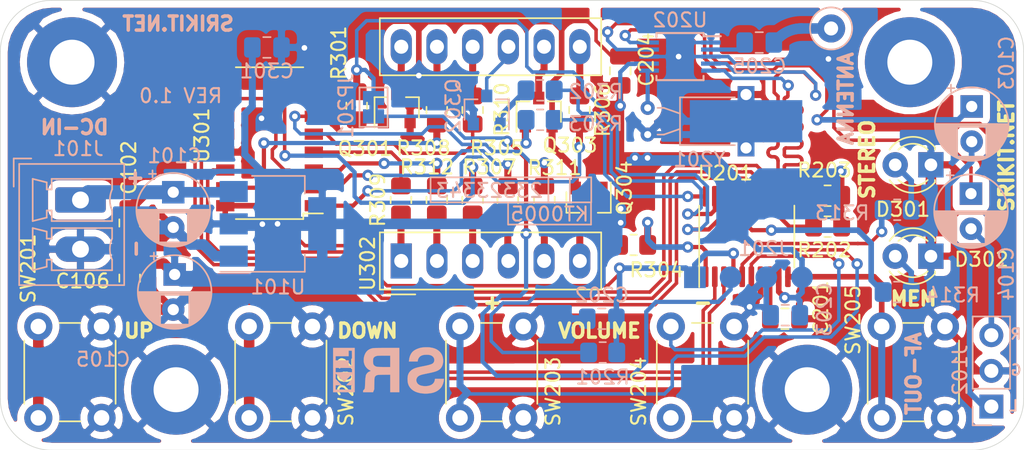
<source format=kicad_pcb>
(kicad_pcb (version 20171130) (host pcbnew 5.1.7-a382d34a8~88~ubuntu20.04.1)
  (title_block (title "Micro FM Radio Receiver") (date 2020-12-27) (rev 1.0.0) (company SRIKit) (comment 1 KT0005) (comment 2 "Dilshan R Jayakody") (comment 3 https://github.com/srikit/mini-fm-radio-module) (comment 4 https://srikit.net))
  (layers (0 F.Cu signal hide) (31 B.Cu signal hide) (34 B.Paste user) (35 F.Paste user hide) (36 B.SilkS user) (37 F.SilkS user hide) (38 B.Mask user) (39 F.Mask user hide) (44 Edge.Cuts user))
  (net 0 "")
  (net 1 "Net-(AE201-Pad1)")
  (net 2 "Net-(C101-Pad1)")
  (net 3 GND)
  (net 4 "Net-(C103-Pad2)")
  (net 5 AF-LEFT)
  (net 6 AF-RIGHT)
  (net 7 "Net-(C104-Pad2)")
  (net 8 +3V3)
  (net 9 "Net-(C201-Pad1)")
  (net 10 RESET)
  (net 11 "Net-(C205-Pad1)")
  (net 12 "Net-(D301-Pad2)")
  (net 13 "Net-(D302-Pad2)")
  (net 14 "Net-(J201-Pad2)")
  (net 15 SSD-SEG1)
  (net 16 /display-driver/LED-MOD1)
  (net 17 "Net-(Q301-Pad1)")
  (net 18 /display-driver/LED-MOD2)
  (net 19 "Net-(Q302-Pad1)")
  (net 20 "Net-(Q303-Pad1)")
  (net 21 /display-driver/LED-MOD3)
  (net 22 "Net-(Q304-Pad1)")
  (net 23 /display-driver/LED-MOD4)
  (net 24 /MCU-Radio/SCL)
  (net 25 /MCU-Radio/SDA)
  (net 26 SSD-SEG2)
  (net 27 SSD-SEG3)
  (net 28 SSD-SEG4)
  (net 29 /display-driver/LED-A)
  (net 30 /display-driver/SEG-A)
  (net 31 /display-driver/SEG-B)
  (net 32 /display-driver/LED-B)
  (net 33 /display-driver/LED-C)
  (net 34 /display-driver/SEG-C)
  (net 35 /display-driver/SEG-D)
  (net 36 /display-driver/LED-D)
  (net 37 /display-driver/LED-E)
  (net 38 /display-driver/SEG-E)
  (net 39 /display-driver/SEG-F)
  (net 40 /display-driver/LED-F)
  (net 41 /display-driver/SEG-G)
  (net 42 /display-driver/LED-G)
  (net 43 /display-driver/LED-DP)
  (net 44 /display-driver/SEG-DP)
  (net 45 STEREO-IND)
  (net 46 PRESET-IND)
  (net 47 /MCU-Radio/TUNE-UP-BTN)
  (net 48 /MCU-Radio/TUNE-DOWN-BTN)
  (net 49 /MCU-Radio/VOL-UP-BTN)
  (net 50 /MCU-Radio/VOL-DOWN-BTN)
  (net 51 /MCU-Radio/MEM-MAN-BTN)
  (net 52 SSD-SERIAL-DATA)
  (net 53 SSD-LATCH-DATA)
  (net 54 SSD-SERIAL-CLK)
  (net 55 "Net-(U202-Pad6)")
  (module micro-fm-radio-footprint:srikit (layer B.Cu) (at 134.234 111.602 180)
    (fp_text reference G*** hide)
    (fp_text value LOGO hide)
  )
  (module Button_Switch_THT:SW_PUSH_6mm (layer F.Cu) (at 154.3 115 90)
    (fp_text reference SW204 (at 1.874 -2.286 90) (layer F.SilkS))
    (fp_text value B3F-1000)
    (pad 1 thru_hole circle (at 6.5 0 180) (size 2 2) (drill 1.1) (layers *.Cu *.Mask) (net 50 /MCU-Radio/VOL-DOWN-BTN))
    (pad 2 thru_hole circle (at 6.5 4.5 180) (size 2 2) (drill 1.1) (layers *.Cu *.Mask) (net 3 GND))
    (pad 0 thru_hole circle (at 0 0 180) (size 2 2) (drill 1.1) (layers *.Cu *.Mask))
    (pad 2 thru_hole circle (at 0 4.5 180) (size 2 2) (drill 1.1) (layers *.Cu *.Mask) (net 3 GND))
  )
  (module TestPoint:TestPoint_Loop_D2.50mm_Drill1.0mm (layer B.Cu) (at 165.7 87.3)
    (fp_text reference AE201 hide)
    (fp_text value ANT-CN)
    (pad 1 thru_hole circle (at 0 0) (size 2 2) (drill 1) (layers *.Cu *.Mask) (net 1 "Net-(AE201-Pad1)"))
  )
  (module Capacitor_THT:CP_Radial_D5.0mm_P2.50mm (layer B.Cu) (at 118.9 98.95 270)
    (fp_text reference C101 (at -2.588 -0.094 180) (layer B.SilkS) (effects (justify mirror)))
    (fp_text value 47MFD)
    (pad 1 thru_hole rect (at 0 0 270) (size 1.6 1.6) (drill 0.8) (layers *.Cu *.Mask) (net 2 "Net-(C101-Pad1)"))
    (pad 2 thru_hole circle (at 2.5 0 270) (size 1.6 1.6) (drill 0.8) (layers *.Cu *.Mask) (net 3 GND))
  )
  (module Capacitor_SMD:C_0805_2012Metric_Pad1.18x1.45mm_HandSolder (layer F.Cu) (at 115.8 101.1375 270)
    (fp_text reference C102 (at -3.9375 0.06 270) (layer F.SilkS))
    (fp_text value 0.1MFD)
    (pad 2 smd roundrect (at 1.0375 0 270) (size 1.175 1.45) (layers F.Cu F.Paste F.Mask) (roundrect_rratio 0.212766) (net 3 GND))
    (pad 1 smd roundrect (at -1.0375 0 270) (size 1.175 1.45) (layers F.Cu F.Paste F.Mask) (roundrect_rratio 0.212766) (net 2 "Net-(C101-Pad1)"))
  )
  (module Capacitor_THT:CP_Radial_D5.0mm_P2.50mm (layer B.Cu) (at 175.7 92.85 270)
    (fp_text reference C103 (at -3.092 -2.476 90) (layer B.SilkS) (effects (justify mirror)))
    (fp_text value 4.7MFD)
    (pad 2 thru_hole circle (at 2.5 0 270) (size 1.6 1.6) (drill 0.8) (layers *.Cu *.Mask) (net 4 "Net-(C103-Pad2)"))
    (pad 1 thru_hole rect (at 0 0 270) (size 1.6 1.6) (drill 0.8) (layers *.Cu *.Mask) (net 5 AF-LEFT))
  )
  (module Capacitor_THT:CP_Radial_D5.0mm_P2.50mm (layer B.Cu) (at 175.65 99.05 270)
    (fp_text reference C104 (at 5.694 -2.526 90) (layer B.SilkS) (effects (justify mirror)))
    (fp_text value 4.7MFD)
    (pad 1 thru_hole rect (at 0 0 270) (size 1.6 1.6) (drill 0.8) (layers *.Cu *.Mask) (net 6 AF-RIGHT))
    (pad 2 thru_hole circle (at 2.5 0 270) (size 1.6 1.6) (drill 0.8) (layers *.Cu *.Mask) (net 7 "Net-(C104-Pad2)"))
  )
  (module Capacitor_THT:CP_Radial_D5.0mm_P2.50mm (layer B.Cu) (at 119 104.8 270)
    (fp_text reference C105 (at 6.04 5.086) (layer B.SilkS) (effects (justify mirror)))
    (fp_text value 22MFD)
    (pad 2 thru_hole circle (at 2.5 0.1 270) (size 1.6 1.6) (drill 0.8) (layers *.Cu *.Mask) (net 3 GND))
    (pad 1 thru_hole rect (at 0 0 270) (size 1.6 1.6) (drill 0.8) (layers *.Cu *.Mask) (net 8 +3V3))
  )
  (module Capacitor_SMD:C_0805_2012Metric_Pad1.18x1.45mm_HandSolder (layer F.Cu) (at 115.8 105.0625 270)
    (fp_text reference C106 (at 0.2075 3.34 180) (layer F.SilkS))
    (fp_text value 0.1MFD)
    (pad 2 smd roundrect (at 1.0375 0 270) (size 1.175 1.45) (layers F.Cu F.Paste F.Mask) (roundrect_rratio 0.212766) (net 3 GND))
    (pad 1 smd roundrect (at -1.0375 0 270) (size 1.175 1.45) (layers F.Cu F.Paste F.Mask) (roundrect_rratio 0.212766) (net 8 +3V3))
  )
  (module Capacitor_SMD:C_0805_2012Metric_Pad1.18x1.45mm_HandSolder (layer F.Cu) (at 162.4125 107.95)
    (fp_text reference C201 (at 2.5575 -0.78 90) (layer F.SilkS))
    (fp_text value 1MFD)
    (pad 1 smd roundrect (at -1.0375 0) (size 1.175 1.45) (layers F.Cu F.Paste F.Mask) (roundrect_rratio 0.212766) (net 9 "Net-(C201-Pad1)"))
    (pad 2 smd roundrect (at 1.0375 0) (size 1.175 1.45) (layers F.Cu F.Paste F.Mask) (roundrect_rratio 0.212766) (net 3 GND))
  )
  (module Capacitor_SMD:C_0805_2012Metric_Pad1.18x1.45mm_HandSolder (layer B.Cu) (at 149.3875 107.95 180)
    (fp_text reference C202 (at 0 1.68) (layer B.SilkS) (effects (justify mirror)))
    (fp_text value 0.1MFD)
    (pad 1 smd roundrect (at -1.0375 0 180) (size 1.175 1.45) (layers B.Cu B.Paste B.Mask) (roundrect_rratio 0.212766) (net 10 RESET))
    (pad 2 smd roundrect (at 1.0375 0 180) (size 1.175 1.45) (layers B.Cu B.Paste B.Mask) (roundrect_rratio 0.212766) (net 3 GND))
  )
  (module Capacitor_SMD:C_0805_2012Metric_Pad1.18x1.45mm_HandSolder (layer B.Cu) (at 162.4375 107.7 180)
    (fp_text reference C203 (at -2.7845 0.416 90) (layer B.SilkS) (effects (justify mirror)))
    (fp_text value 0.1MFD)
    (pad 2 smd roundrect (at 1.0375 0 180) (size 1.175 1.45) (layers B.Cu B.Paste B.Mask) (roundrect_rratio 0.212766) (net 3 GND))
    (pad 1 smd roundrect (at -1.0375 0 180) (size 1.175 1.45) (layers B.Cu B.Paste B.Mask) (roundrect_rratio 0.212766) (net 8 +3V3))
  )
  (module Capacitor_SMD:C_0805_2012Metric_Pad1.18x1.45mm_HandSolder (layer F.Cu) (at 150.7 90.3125 90)
    (fp_text reference C204 (at 0.8025 1.86 270) (layer F.SilkS))
    (fp_text value 0.22MFD)
    (pad 1 smd roundrect (at -1.0375 0 90) (size 1.175 1.45) (layers F.Cu F.Paste F.Mask) (roundrect_rratio 0.212766) (net 8 +3V3))
    (pad 2 smd roundrect (at 1.0375 0 90) (size 1.175 1.45) (layers F.Cu F.Paste F.Mask) (roundrect_rratio 0.212766) (net 3 GND))
  )
  (module Capacitor_SMD:C_0805_2012Metric_Pad1.18x1.45mm_HandSolder (layer B.Cu) (at 160.5875 88.3)
    (fp_text reference C205 (at 0 1.68 180) (layer B.SilkS) (effects (justify mirror)))
    (fp_text value 0.001MFD)
    (pad 2 smd roundrect (at 1.0375 0) (size 1.175 1.45) (layers B.Cu B.Paste B.Mask) (roundrect_rratio 0.212766) (net 1 "Net-(AE201-Pad1)"))
    (pad 1 smd roundrect (at -1.0375 0) (size 1.175 1.45) (layers B.Cu B.Paste B.Mask) (roundrect_rratio 0.212766) (net 11 "Net-(C205-Pad1)"))
  )
  (module Capacitor_SMD:C_0805_2012Metric_Pad1.18x1.45mm_HandSolder (layer B.Cu) (at 125.5625 88.65)
    (fp_text reference C301 (at 0 1.68) (layer B.SilkS) (effects (justify mirror)))
    (fp_text value 0.1MFD)
    (pad 1 smd roundrect (at -1.0375 0) (size 1.175 1.45) (layers B.Cu B.Paste B.Mask) (roundrect_rratio 0.212766) (net 8 +3V3))
    (pad 2 smd roundrect (at 1.0375 0) (size 1.175 1.45) (layers B.Cu B.Paste B.Mask) (roundrect_rratio 0.212766) (net 3 GND))
  )
  (module LED_THT:LED_D3.0mm (layer F.Cu) (at 172.8 97 180)
    (fp_text reference D301 (at 1.99 -3.172) (layer F.SilkS))
    (fp_text value RED-3mm)
    (pad 2 thru_hole circle (at 2.54 0 180) (size 1.8 1.8) (drill 0.9) (layers *.Cu *.Mask) (net 12 "Net-(D301-Pad2)"))
    (pad 1 thru_hole rect (at 0 0 180) (size 1.8 1.8) (drill 0.9) (layers *.Cu *.Mask) (net 3 GND))
  )
  (module LED_THT:LED_D3.0mm (layer F.Cu) (at 172.8 103.5 180)
    (fp_text reference D302 (at -3.598 -0.228) (layer F.SilkS))
    (fp_text value GREEN-3mm)
    (pad 1 thru_hole rect (at 0 0 180) (size 1.8 1.8) (drill 0.9) (layers *.Cu *.Mask) (net 3 GND))
    (pad 2 thru_hole circle (at 2.54 0 180) (size 1.8 1.8) (drill 0.9) (layers *.Cu *.Mask) (net 13 "Net-(D302-Pad2)"))
  )
  (module MountingHole:MountingHole_3.2mm_M3_Pad (layer F.Cu) (at 111.7 89.7)
    (fp_text reference H101 hide)
    (fp_text value M3-Mouting-Hole)
    (pad 1 thru_hole circle (at 0 0) (size 6.4 6.4) (drill 3.2) (layers *.Cu *.Mask) (net 3 GND))
  )
  (module MountingHole:MountingHole_3.2mm_M3_Pad (layer F.Cu) (at 164 113)
    (fp_text reference H102 hide)
    (fp_text value M3-Mouting-Hole)
    (pad 1 thru_hole circle (at 0 0) (size 6.4 6.4) (drill 3.2) (layers *.Cu *.Mask) (net 3 GND))
  )
  (module MountingHole:MountingHole_3.2mm_M3_Pad (layer F.Cu) (at 171.3 89.7)
    (fp_text reference H103 hide)
    (fp_text value M3-Mouting-Hole)
    (pad 1 thru_hole circle (at 0 0) (size 6.4 6.4) (drill 3.2) (layers *.Cu *.Mask))
  )
  (module MountingHole:MountingHole_3.2mm_M3_Pad (layer F.Cu) (at 119.1 113)
    (fp_text reference H104 hide)
    (fp_text value M3-Mouting-Hole)
    (pad 1 thru_hole circle (at 0 0) (size 6.4 6.4) (drill 3.2) (layers *.Cu *.Mask) (net 3 GND))
  )
  (module Connector_Phoenix_MC:PhoenixContact_MCV_1,5_2-G-3.5_1x02_P3.50mm_Vertical (layer B.Cu) (at 112.3 99.5 270)
    (fp_text reference J101 (at -3.646 0.164) (layer B.SilkS) (effects (justify mirror)))
    (fp_text value DC-IN)
    (pad 1 thru_hole roundrect (at 0 0 270) (size 1.8 3.6) (drill 1.2) (layers *.Cu *.Mask) (roundrect_rratio 0.138889) (net 2 "Net-(C101-Pad1)"))
    (pad 2 thru_hole oval (at 3.5 0 270) (size 1.8 3.6) (drill 1.2) (layers *.Cu *.Mask) (net 3 GND))
  )
  (module Connector_PinHeader_2.54mm:PinHeader_1x03_P2.54mm_Vertical (layer B.Cu) (at 177.1 114.2)
    (fp_text reference J102 (at -2.226 -2.598 270) (layer B.SilkS) (effects (justify mirror)))
    (fp_text value AF-OUT)
    (pad 1 thru_hole rect (at 0 0) (size 1.7 1.7) (drill 1) (layers *.Cu *.Mask) (net 4 "Net-(C103-Pad2)"))
    (pad 2 thru_hole oval (at 0 -2.54) (size 1.7 1.7) (drill 1) (layers *.Cu *.Mask) (net 3 GND))
    (pad 3 thru_hole oval (at 0 -5.08) (size 1.7 1.7) (drill 1) (layers *.Cu *.Mask) (net 7 "Net-(C104-Pad2)"))
  )
  (module micro-fm-radio-footprint:pogo-2.54mmx4 (layer B.Cu) (at 156.01 105)
    (fp_text reference J201 (at 4.894 -2.034) (layer B.SilkS) (effects (justify mirror)))
    (fp_text value ICP)
    (pad 1 smd rect (at 0 0) (size 1.54 1.54) (layers B.Cu B.Paste B.Mask) (net 10 RESET))
    (pad 2 smd circle (at 2.54 0) (size 1.54 1.54) (layers B.Cu B.Paste B.Mask) (net 14 "Net-(J201-Pad2)"))
    (pad 3 smd circle (at 5.08 0) (size 1.54 1.54) (layers B.Cu B.Paste B.Mask) (net 3 GND))
    (pad 4 smd circle (at 7.62 0) (size 1.54 1.54) (layers B.Cu B.Paste B.Mask) (net 8 +3V3))
  )
  (module Jumper:SolderJumper-2_P1.3mm_Bridged_Pad1.0x1.5mm (layer B.Cu) (at 133.15 92.9 90)
    (fp_text reference JP201 (at 0.094 -1.964 90) (layer B.SilkS) (effects (justify mirror)))
    (fp_text value ICP)
    (fp_poly (pts (xy -0.25 0.3) (xy 0.25 0.3) (xy 0.25 -0.3) (xy -0.25 -0.3)) (layer B.Cu) (width 0))
    (pad 1 smd rect (at -0.65 0 90) (size 1 1.5) (layers B.Cu B.Mask) (net 14 "Net-(J201-Pad2)"))
    (pad 2 smd rect (at 0.65 0 90) (size 1 1.5) (layers B.Cu B.Mask) (net 15 SSD-SEG1))
  )
  (module Package_TO_SOT_SMD:SOT-23 (layer F.Cu) (at 134.8 92.95 90)
    (fp_text reference Q301 (at -2.9 -2.25 180) (layer F.SilkS))
    (fp_text value MMBT3904)
    (pad 3 smd rect (at 1 0 90) (size 0.9 0.8) (layers F.Cu F.Paste F.Mask) (net 16 /display-driver/LED-MOD1))
    (pad 2 smd rect (at -1 0.95 90) (size 0.9 0.8) (layers F.Cu F.Paste F.Mask) (net 3 GND))
    (pad 1 smd rect (at -1 -0.95 90) (size 0.9 0.8) (layers F.Cu F.Paste F.Mask) (net 17 "Net-(Q301-Pad1)"))
  )
  (module Package_TO_SOT_SMD:SOT-23 (layer B.Cu) (at 141.2 93.1 90)
    (fp_text reference Q302 (at 0.294 -2.394 90) (layer B.SilkS) (effects (justify mirror)))
    (fp_text value MMBT3904)
    (pad 3 smd rect (at 1 0 90) (size 0.9 0.8) (layers B.Cu B.Paste B.Mask) (net 18 /display-driver/LED-MOD2))
    (pad 2 smd rect (at -1 -0.95 90) (size 0.9 0.8) (layers B.Cu B.Paste B.Mask) (net 3 GND))
    (pad 1 smd rect (at -1 0.95 90) (size 0.9 0.8) (layers B.Cu B.Paste B.Mask) (net 19 "Net-(Q302-Pad1)"))
  )
  (module Package_TO_SOT_SMD:SOT-23 (layer F.Cu) (at 144.9 93.25 90)
    (fp_text reference Q303 (at -2.36 2.22 180) (layer F.SilkS))
    (fp_text value MMBT3904)
    (pad 1 smd rect (at -1 -0.95 90) (size 0.9 0.8) (layers F.Cu F.Paste F.Mask) (net 20 "Net-(Q303-Pad1)"))
    (pad 2 smd rect (at -1 0.95 90) (size 0.9 0.8) (layers F.Cu F.Paste F.Mask) (net 3 GND))
    (pad 3 smd rect (at 1 0 90) (size 0.9 0.8) (layers F.Cu F.Paste F.Mask) (net 21 /display-driver/LED-MOD3))
  )
  (module Package_TO_SOT_SMD:SOT-23 (layer F.Cu) (at 148.45 99.65 270)
    (fp_text reference Q304 (at -1.002 -2.548 270) (layer F.SilkS))
    (fp_text value MMBT3904)
    (pad 1 smd rect (at -1 -0.95 270) (size 0.9 0.8) (layers F.Cu F.Paste F.Mask) (net 22 "Net-(Q304-Pad1)"))
    (pad 2 smd rect (at -1 0.95 270) (size 0.9 0.8) (layers F.Cu F.Paste F.Mask) (net 3 GND))
    (pad 3 smd rect (at 1 0 270) (size 0.9 0.8) (layers F.Cu F.Paste F.Mask) (net 23 /display-driver/LED-MOD4))
  )
  (module Resistor_SMD:R_0805_2012Metric_Pad1.20x1.40mm_HandSolder (layer B.Cu) (at 149.45 110.35)
    (fp_text reference R201 (at 0 1.76) (layer B.SilkS) (effects (justify mirror)))
    (fp_text value 10K)
    (pad 2 smd roundrect (at 1 0) (size 1.2 1.4) (layers B.Cu B.Paste B.Mask) (roundrect_rratio 0.208333) (net 10 RESET))
    (pad 1 smd roundrect (at -1 0) (size 1.2 1.4) (layers B.Cu B.Paste B.Mask) (roundrect_rratio 0.208333) (net 8 +3V3))
  )
  (module Resistor_SMD:R_0805_2012Metric_Pad1.20x1.40mm_HandSolder (layer F.Cu) (at 165.45 101.4 180)
    (fp_text reference R202 (at 0.228 -1.65) (layer F.SilkS))
    (fp_text value 4.7K)
    (pad 2 smd roundrect (at 1 0 180) (size 1.2 1.4) (layers F.Cu F.Paste F.Mask) (roundrect_rratio 0.208333) (net 24 /MCU-Radio/SCL))
    (pad 1 smd roundrect (at -1 0 180) (size 1.2 1.4) (layers F.Cu F.Paste F.Mask) (roundrect_rratio 0.208333) (net 8 +3V3))
  )
  (module Resistor_SMD:R_0805_2012Metric_Pad1.20x1.40mm_HandSolder (layer F.Cu) (at 165.45 99.2 180)
    (fp_text reference R203 (at 0.228 1.822) (layer F.SilkS))
    (fp_text value 4.7K)
    (pad 1 smd roundrect (at -1 0 180) (size 1.2 1.4) (layers F.Cu F.Paste F.Mask) (roundrect_rratio 0.208333) (net 8 +3V3))
    (pad 2 smd roundrect (at 1 0 180) (size 1.2 1.4) (layers F.Cu F.Paste F.Mask) (roundrect_rratio 0.208333) (net 25 /MCU-Radio/SDA))
  )
  (module Resistor_SMD:R_0805_2012Metric_Pad1.20x1.40mm_HandSolder (layer F.Cu) (at 131.95 92.8 90)
    (fp_text reference R301 (at 3.76 -1.272 90) (layer F.SilkS))
    (fp_text value 10K)
    (pad 1 smd roundrect (at -1 0 90) (size 1.2 1.4) (layers F.Cu F.Paste F.Mask) (roundrect_rratio 0.208333) (net 17 "Net-(Q301-Pad1)"))
    (pad 2 smd roundrect (at 1 0 90) (size 1.2 1.4) (layers F.Cu F.Paste F.Mask) (roundrect_rratio 0.208333) (net 15 SSD-SEG1))
  )
  (module Resistor_SMD:R_0805_2012Metric_Pad1.20x1.40mm_HandSolder (layer B.Cu) (at 145 91.7)
    (fp_text reference R302 (at 3.966 0.09) (layer B.SilkS) (effects (justify mirror)))
    (fp_text value 10K)
    (pad 2 smd roundrect (at 1 0) (size 1.2 1.4) (layers B.Cu B.Paste B.Mask) (roundrect_rratio 0.208333) (net 26 SSD-SEG2))
    (pad 1 smd roundrect (at -1 0) (size 1.2 1.4) (layers B.Cu B.Paste B.Mask) (roundrect_rratio 0.208333) (net 19 "Net-(Q302-Pad1)"))
  )
  (module Resistor_SMD:R_0805_2012Metric_Pad1.20x1.40mm_HandSolder (layer B.Cu) (at 145 93.8)
    (fp_text reference R303 (at 3.966 0.276 180) (layer B.SilkS) (effects (justify mirror)))
    (fp_text value 10K)
    (pad 1 smd roundrect (at -1 0) (size 1.2 1.4) (layers B.Cu B.Paste B.Mask) (roundrect_rratio 0.208333) (net 20 "Net-(Q303-Pad1)"))
    (pad 2 smd roundrect (at 1 0) (size 1.2 1.4) (layers B.Cu B.Paste B.Mask) (roundrect_rratio 0.208333) (net 27 SSD-SEG3))
  )
  (module Resistor_SMD:R_0805_2012Metric_Pad1.20x1.40mm_HandSolder (layer F.Cu) (at 151.65 102.7)
    (fp_text reference R304 (at 1.634 1.78) (layer F.SilkS))
    (fp_text value 10K)
    (pad 1 smd roundrect (at -1 0) (size 1.2 1.4) (layers F.Cu F.Paste F.Mask) (roundrect_rratio 0.208333) (net 22 "Net-(Q304-Pad1)"))
    (pad 2 smd roundrect (at 1 0) (size 1.2 1.4) (layers F.Cu F.Paste F.Mask) (roundrect_rratio 0.208333) (net 28 SSD-SEG4))
  )
  (module Resistor_SMD:R_0805_2012Metric_Pad1.20x1.40mm_HandSolder (layer F.Cu) (at 137.65 93.1 270)
    (fp_text reference R305 (at 2.7 -4.27 180) (layer F.SilkS))
    (fp_text value 330R)
    (pad 1 smd roundrect (at -1 0 270) (size 1.2 1.4) (layers F.Cu F.Paste F.Mask) (roundrect_rratio 0.208333) (net 29 /display-driver/LED-A))
    (pad 2 smd roundrect (at 1 0 270) (size 1.2 1.4) (layers F.Cu F.Paste F.Mask) (roundrect_rratio 0.208333) (net 30 /display-driver/SEG-A))
  )
  (module Resistor_SMD:R_0805_2012Metric_Pad1.20x1.40mm_HandSolder (layer F.Cu) (at 147.8 93.1 270)
    (fp_text reference R306 (at 0 -1.65 90) (layer F.SilkS))
    (fp_text value 330R)
    (pad 2 smd roundrect (at 1 0 270) (size 1.2 1.4) (layers F.Cu F.Paste F.Mask) (roundrect_rratio 0.208333) (net 31 /display-driver/SEG-B))
    (pad 1 smd roundrect (at -1 0 270) (size 1.2 1.4) (layers F.Cu F.Paste F.Mask) (roundrect_rratio 0.208333) (net 32 /display-driver/LED-B))
  )
  (module Resistor_SMD:R_0805_2012Metric_Pad1.20x1.40mm_HandSolder (layer F.Cu) (at 142.7 99.5 90)
    (fp_text reference R307 (at 2.34 -1.31 180) (layer F.SilkS))
    (fp_text value 330R)
    (pad 1 smd roundrect (at -1 0 90) (size 1.2 1.4) (layers F.Cu F.Paste F.Mask) (roundrect_rratio 0.208333) (net 33 /display-driver/LED-C))
    (pad 2 smd roundrect (at 1 0 90) (size 1.2 1.4) (layers F.Cu F.Paste F.Mask) (roundrect_rratio 0.208333) (net 34 /display-driver/SEG-C))
  )
  (module Resistor_SMD:R_0805_2012Metric_Pad1.20x1.40mm_HandSolder (layer F.Cu) (at 137.65 99.5 90)
    (fp_text reference R308 (at 3.69 -0.95 180) (layer F.SilkS))
    (fp_text value 330R)
    (pad 2 smd roundrect (at 1 0 90) (size 1.2 1.4) (layers F.Cu F.Paste F.Mask) (roundrect_rratio 0.208333) (net 35 /display-driver/SEG-D))
    (pad 1 smd roundrect (at -1 0 90) (size 1.2 1.4) (layers F.Cu F.Paste F.Mask) (roundrect_rratio 0.208333) (net 36 /display-driver/LED-D))
  )
  (module Resistor_SMD:R_0805_2012Metric_Pad1.20x1.40mm_HandSolder (layer F.Cu) (at 135.1 99.5 90)
    (fp_text reference R309 (at 0 -1.65 90) (layer F.SilkS))
    (fp_text value 330R)
    (pad 1 smd roundrect (at -1 0 90) (size 1.2 1.4) (layers F.Cu F.Paste F.Mask) (roundrect_rratio 0.208333) (net 37 /display-driver/LED-E))
    (pad 2 smd roundrect (at 1 0 90) (size 1.2 1.4) (layers F.Cu F.Paste F.Mask) (roundrect_rratio 0.208333) (net 38 /display-driver/SEG-E))
  )
  (module Resistor_SMD:R_0805_2012Metric_Pad1.20x1.40mm_HandSolder (layer F.Cu) (at 140.2 93.1 270)
    (fp_text reference R310 (at -0.04 -2.09 90) (layer F.SilkS))
    (fp_text value 330R)
    (pad 2 smd roundrect (at 1 0 270) (size 1.2 1.4) (layers F.Cu F.Paste F.Mask) (roundrect_rratio 0.208333) (net 39 /display-driver/SEG-F))
    (pad 1 smd roundrect (at -1 0 270) (size 1.2 1.4) (layers F.Cu F.Paste F.Mask) (roundrect_rratio 0.208333) (net 40 /display-driver/LED-F))
  )
  (module Resistor_SMD:R_0805_2012Metric_Pad1.20x1.40mm_HandSolder (layer F.Cu) (at 145.3 99.5 90)
    (fp_text reference R311 (at 2.29 0.73) (layer F.SilkS))
    (fp_text value 330R)
    (pad 2 smd roundrect (at 1 0 90) (size 1.2 1.4) (layers F.Cu F.Paste F.Mask) (roundrect_rratio 0.208333) (net 41 /display-driver/SEG-G))
    (pad 1 smd roundrect (at -1 0 90) (size 1.2 1.4) (layers F.Cu F.Paste F.Mask) (roundrect_rratio 0.208333) (net 42 /display-driver/LED-G))
  )
  (module Resistor_SMD:R_0805_2012Metric_Pad1.20x1.40mm_HandSolder (layer F.Cu) (at 140.2 99.5 90)
    (fp_text reference R312 (at 2.34 -3.26 180) (layer F.SilkS))
    (fp_text value 330R)
    (pad 1 smd roundrect (at -1 0 90) (size 1.2 1.4) (layers F.Cu F.Paste F.Mask) (roundrect_rratio 0.208333) (net 43 /display-driver/LED-DP))
    (pad 2 smd roundrect (at 1 0 90) (size 1.2 1.4) (layers F.Cu F.Paste F.Mask) (roundrect_rratio 0.208333) (net 44 /display-driver/SEG-DP))
  )
  (module Resistor_SMD:R_0805_2012Metric_Pad1.20x1.40mm_HandSolder (layer B.Cu) (at 170.4 100.2)
    (fp_text reference R313 (at -3.908 0.226) (layer B.SilkS) (effects (justify mirror)))
    (fp_text value 470R)
    (pad 2 smd roundrect (at 1 0) (size 1.2 1.4) (layers B.Cu B.Paste B.Mask) (roundrect_rratio 0.208333) (net 12 "Net-(D301-Pad2)"))
    (pad 1 smd roundrect (at -1 0) (size 1.2 1.4) (layers B.Cu B.Paste B.Mask) (roundrect_rratio 0.208333) (net 45 STEREO-IND))
  )
  (module Resistor_SMD:R_0805_2012Metric_Pad1.20x1.40mm_HandSolder (layer B.Cu) (at 170.4 106.05)
    (fp_text reference R314 (at 3.966 0.218) (layer B.SilkS) (effects (justify mirror)))
    (fp_text value 330R)
    (pad 1 smd roundrect (at -1 0) (size 1.2 1.4) (layers B.Cu B.Paste B.Mask) (roundrect_rratio 0.208333) (net 46 PRESET-IND))
    (pad 2 smd roundrect (at 1 0) (size 1.2 1.4) (layers B.Cu B.Paste B.Mask) (roundrect_rratio 0.208333) (net 13 "Net-(D302-Pad2)"))
  )
  (module Button_Switch_THT:SW_PUSH_6mm (layer F.Cu) (at 109.3 115 90)
    (fp_text reference SW201 (at 10.62 -0.72 90) (layer F.SilkS))
    (fp_text value B3F-1000)
    (pad 2 thru_hole circle (at 0 4.5 180) (size 2 2) (drill 1.1) (layers *.Cu *.Mask) (net 3 GND))
    (pad 1 thru_hole circle (at 0 0 180) (size 2 2) (drill 1.1) (layers *.Cu *.Mask) (net 47 /MCU-Radio/TUNE-UP-BTN))
    (pad 2 thru_hole circle (at 6.5 4.5 180) (size 2 2) (drill 1.1) (layers *.Cu *.Mask) (net 3 GND))
    (pad 1 thru_hole circle (at 6.5 0 180) (size 2 2) (drill 1.1) (layers *.Cu *.Mask) (net 47 /MCU-Radio/TUNE-UP-BTN))
  )
  (module Button_Switch_THT:SW_PUSH_6mm (layer F.Cu) (at 124.3 115 90)
    (fp_text reference SW202 (at 1.874 6.886 270) (layer F.SilkS))
    (fp_text value B3F-1000)
    (pad 2 thru_hole circle (at 0 4.5 180) (size 2 2) (drill 1.1) (layers *.Cu *.Mask) (net 3 GND))
    (pad 1 thru_hole circle (at 0 0 180) (size 2 2) (drill 1.1) (layers *.Cu *.Mask) (net 48 /MCU-Radio/TUNE-DOWN-BTN))
    (pad 2 thru_hole circle (at 6.5 4.5 180) (size 2 2) (drill 1.1) (layers *.Cu *.Mask) (net 3 GND))
    (pad 1 thru_hole circle (at 6.5 0 180) (size 2 2) (drill 1.1) (layers *.Cu *.Mask) (net 48 /MCU-Radio/TUNE-DOWN-BTN))
  )
  (module Button_Switch_THT:SW_PUSH_6mm (layer F.Cu) (at 139.3 115 90)
    (fp_text reference SW203 (at 1.874 6.618 90) (layer F.SilkS))
    (fp_text value B3F-1000)
    (pad 1 thru_hole circle (at 6.5 0 180) (size 2 2) (drill 1.1) (layers *.Cu *.Mask) (net 49 /MCU-Radio/VOL-UP-BTN))
    (pad 2 thru_hole circle (at 6.5 4.5 180) (size 2 2) (drill 1.1) (layers *.Cu *.Mask) (net 3 GND))
    (pad 1 thru_hole circle (at 0 0 180) (size 2 2) (drill 1.1) (layers *.Cu *.Mask) (net 49 /MCU-Radio/VOL-UP-BTN))
    (pad 2 thru_hole circle (at 0 4.5 180) (size 2 2) (drill 1.1) (layers *.Cu *.Mask) (net 3 GND))
  )
  (module Button_Switch_THT:SW_PUSH_6mm (layer F.Cu) (at 169.3 115 90)
    (fp_text reference SW205 (at 6.954 -2.046 270) (layer F.SilkS))
    (fp_text value B3F-1000)
    (pad 2 thru_hole circle (at 0 4.5 180) (size 2 2) (drill 1.1) (layers *.Cu *.Mask) (net 3 GND))
    (pad 1 thru_hole circle (at 0 0 180) (size 2 2) (drill 1.1) (layers *.Cu *.Mask) (net 51 /MCU-Radio/MEM-MAN-BTN))
    (pad 2 thru_hole circle (at 6.5 4.5 180) (size 2 2) (drill 1.1) (layers *.Cu *.Mask) (net 3 GND))
    (pad 1 thru_hole circle (at 6.5 0 180) (size 2 2) (drill 1.1) (layers *.Cu *.Mask) (net 51 /MCU-Radio/MEM-MAN-BTN))
  )
  (module Package_TO_SOT_SMD:SOT-223-3_TabPin2 (layer B.Cu) (at 126.35 101.2)
    (fp_text reference U101 (at 0 4.5) (layer B.SilkS) (effects (justify mirror)))
    (fp_text value AMS1117-3.3)
    (pad 2 smd rect (at 3.15 0) (size 2 3.8) (layers B.Cu B.Paste B.Mask) (net 8 +3V3))
    (pad 2 smd rect (at -3.15 0) (size 2 1.5) (layers B.Cu B.Paste B.Mask) (net 8 +3V3))
    (pad 3 smd rect (at -3.15 -2.3) (size 2 1.5) (layers B.Cu B.Paste B.Mask) (net 2 "Net-(C101-Pad1)"))
    (pad 1 smd rect (at -3.15 2.3) (size 2 1.5) (layers B.Cu B.Paste B.Mask) (net 3 GND))
  )
  (module Package_SO:TSSOP-20_4.4x6.5mm_P0.65mm (layer F.Cu) (at 159.7 102.1 90)
    (fp_text reference U201 (at 4.51 -1.52 180) (layer F.SilkS))
    (fp_text value STM8S003F3P)
    (pad 1 smd roundrect (at -2.8625 -2.925 90) (size 1.475 0.4) (layers F.Cu F.Paste F.Mask) (net 28 SSD-SEG4))
    (pad 2 smd roundrect (at -2.8625 -2.275 90) (size 1.475 0.4) (layers F.Cu F.Paste F.Mask) (net 47 /MCU-Radio/TUNE-UP-BTN))
    (pad 3 smd roundrect (at -2.8625 -1.625 90) (size 1.475 0.4) (layers F.Cu F.Paste F.Mask) (net 48 /MCU-Radio/TUNE-DOWN-BTN))
    (pad 4 smd roundrect (at -2.8625 -0.975 90) (size 1.475 0.4) (layers F.Cu F.Paste F.Mask) (net 10 RESET))
    (pad 5 smd roundrect (at -2.8625 -0.325 90) (size 1.475 0.4) (layers F.Cu F.Paste F.Mask) (net 49 /MCU-Radio/VOL-UP-BTN))
    (pad 6 smd roundrect (at -2.8625 0.325 90) (size 1.475 0.4) (layers F.Cu F.Paste F.Mask) (net 50 /MCU-Radio/VOL-DOWN-BTN))
    (pad 7 smd roundrect (at -2.8625 0.975 90) (size 1.475 0.4) (layers F.Cu F.Paste F.Mask) (net 3 GND))
    (pad 8 smd roundrect (at -2.8625 1.625 90) (size 1.475 0.4) (layers F.Cu F.Paste F.Mask) (net 9 "Net-(C201-Pad1)"))
    (pad 9 smd roundrect (at -2.8625 2.275 90) (size 1.475 0.4) (layers F.Cu F.Paste F.Mask) (net 8 +3V3))
    (pad 10 smd roundrect (at -2.8625 2.925 90) (size 1.475 0.4) (layers F.Cu F.Paste F.Mask) (net 51 /MCU-Radio/MEM-MAN-BTN))
    (pad 11 smd roundrect (at 2.8625 2.925 90) (size 1.475 0.4) (layers F.Cu F.Paste F.Mask) (net 25 /MCU-Radio/SDA))
    (pad 12 smd roundrect (at 2.8625 2.275 90) (size 1.475 0.4) (layers F.Cu F.Paste F.Mask) (net 24 /MCU-Radio/SCL))
    (pad 13 smd roundrect (at 2.8625 1.625 90) (size 1.475 0.4) (layers F.Cu F.Paste F.Mask) (net 52 SSD-SERIAL-DATA))
    (pad 14 smd roundrect (at 2.8625 0.975 90) (size 1.475 0.4) (layers F.Cu F.Paste F.Mask) (net 53 SSD-LATCH-DATA))
    (pad 15 smd roundrect (at 2.8625 0.325 90) (size 1.475 0.4) (layers F.Cu F.Paste F.Mask) (net 54 SSD-SERIAL-CLK))
    (pad 16 smd roundrect (at 2.8625 -0.325 90) (size 1.475 0.4) (layers F.Cu F.Paste F.Mask) (net 46 PRESET-IND))
    (pad 17 smd roundrect (at 2.8625 -0.975 90) (size 1.475 0.4) (layers F.Cu F.Paste F.Mask) (net 45 STEREO-IND))
    (pad 18 smd roundrect (at 2.8625 -1.625 90) (size 1.475 0.4) (layers F.Cu F.Paste F.Mask) (net 15 SSD-SEG1))
    (pad 19 smd roundrect (at 2.8625 -2.275 90) (size 1.475 0.4) (layers F.Cu F.Paste F.Mask) (net 26 SSD-SEG2))
    (pad 20 smd roundrect (at 2.8625 -2.925 90) (size 1.475 0.4) (layers F.Cu F.Paste F.Mask) (net 27 SSD-SEG3))
  )
  (module Package_SO:MSOP-10_3x3mm_P0.5mm (layer B.Cu) (at 154.95 89.3 180)
    (fp_text reference U202 (at 0 2.6) (layer B.SilkS) (effects (justify mirror)))
    (fp_text value RDA5807M)
    (pad 1 smd rect (at -2.2 1 180) (size 1.4 0.3) (layers B.Cu B.Paste B.Mask) (net 3 GND))
    (pad 2 smd rect (at -2.2 0.5 180) (size 1.4 0.3) (layers B.Cu B.Paste B.Mask) (net 11 "Net-(C205-Pad1)"))
    (pad 3 smd rect (at -2.2 0 180) (size 1.4 0.3) (layers B.Cu B.Paste B.Mask) (net 3 GND))
    (pad 4 smd rect (at -2.2 -0.5 180) (size 1.4 0.3) (layers B.Cu B.Paste B.Mask) (net 24 /MCU-Radio/SCL))
    (pad 5 smd rect (at -2.2 -1 180) (size 1.4 0.3) (layers B.Cu B.Paste B.Mask) (net 25 /MCU-Radio/SDA))
    (pad 6 smd rect (at 2.2 -1 180) (size 1.4 0.3) (layers B.Cu B.Paste B.Mask) (net 55 "Net-(U202-Pad6)"))
    (pad 7 smd rect (at 2.2 -0.5 180) (size 1.4 0.3) (layers B.Cu B.Paste B.Mask) (net 8 +3V3))
    (pad 8 smd rect (at 2.2 0 180) (size 1.4 0.3) (layers B.Cu B.Paste B.Mask) (net 3 GND))
    (pad 9 smd rect (at 2.2 0.5 180) (size 1.4 0.3) (layers B.Cu B.Paste B.Mask) (net 6 AF-RIGHT))
    (pad 10 smd rect (at 2.2 1 180) (size 1.4 0.3) (layers B.Cu B.Paste B.Mask) (net 5 AF-LEFT))
  )
  (module Package_SO:SOP-16_4.4x10.4mm_P1.27mm (layer F.Cu) (at 125.75 95.46 180)
    (fp_text reference U301 (at 4.81 0.57 270) (layer F.SilkS))
    (fp_text value 74HC595)
    (pad 1 smd rect (at -3.15 -4.45 180) (size 1.3 0.8) (layers F.Cu F.Paste F.Mask) (net 31 /display-driver/SEG-B))
    (pad 2 smd rect (at -3.15 -3.17 180) (size 1.3 0.8) (layers F.Cu F.Paste F.Mask) (net 34 /display-driver/SEG-C))
    (pad 3 smd rect (at -3.15 -1.91 180) (size 1.3 0.8) (layers F.Cu F.Paste F.Mask) (net 35 /display-driver/SEG-D))
    (pad 4 smd rect (at -3.15 -0.64 180) (size 1.3 0.8) (layers F.Cu F.Paste F.Mask) (net 38 /display-driver/SEG-E))
    (pad 5 smd rect (at -3.15 0.64 180) (size 1.3 0.8) (layers F.Cu F.Paste F.Mask) (net 39 /display-driver/SEG-F))
    (pad 6 smd rect (at -3.15 1.91 180) (size 1.3 0.8) (layers F.Cu F.Paste F.Mask) (net 41 /display-driver/SEG-G))
    (pad 7 smd rect (at -3.15 3.17 180) (size 1.3 0.8) (layers F.Cu F.Paste F.Mask) (net 44 /display-driver/SEG-DP))
    (pad 8 smd rect (at -3.15 4.45 180) (size 1.3 0.8) (layers F.Cu F.Paste F.Mask) (net 3 GND))
    (pad 9 smd rect (at 3.15 4.45 180) (size 1.3 0.8) (layers F.Cu F.Paste F.Mask))
    (pad 10 smd rect (at 3.15 3.17 180) (size 1.3 0.8) (layers F.Cu F.Paste F.Mask) (net 10 RESET))
    (pad 11 smd rect (at 3.15 1.91 180) (size 1.3 0.8) (layers F.Cu F.Paste F.Mask) (net 54 SSD-SERIAL-CLK))
    (pad 12 smd rect (at 3.15 0.64 180) (size 1.3 0.8) (layers F.Cu F.Paste F.Mask) (net 53 SSD-LATCH-DATA))
    (pad 13 smd rect (at 3.15 -0.64 180) (size 1.3 0.8) (layers F.Cu F.Paste F.Mask) (net 3 GND))
    (pad 14 smd rect (at 3.15 -1.91 180) (size 1.3 0.8) (layers F.Cu F.Paste F.Mask) (net 52 SSD-SERIAL-DATA))
    (pad 15 smd rect (at 3.15 -3.17 180) (size 1.3 0.8) (layers F.Cu F.Paste F.Mask) (net 30 /display-driver/SEG-A))
    (pad 16 smd rect (at 3.15 -4.45 180) (size 1.3 0.8) (layers F.Cu F.Paste F.Mask) (net 8 +3V3))
  )
  (module micro-fm-radio-footprint:CC56-12GWA (layer F.Cu) (at 135.12 103.84 90)
    (fp_text reference U302 (at -0.18 -2.39 90) (layer F.SilkS))
    (fp_text value CC56-12GWA)
    (pad 1 thru_hole rect (at 0 0 90) (size 2.5 1.5) (drill 1) (layers *.Cu *.Mask) (net 37 /display-driver/LED-E))
    (pad 2 thru_hole oval (at 0 2.54 90) (size 2.5 1.5) (drill 1) (layers *.Cu *.Mask) (net 36 /display-driver/LED-D))
    (pad 3 thru_hole oval (at 0 5.08 90) (size 2.5 1.5) (drill 1) (layers *.Cu *.Mask) (net 43 /display-driver/LED-DP))
    (pad 4 thru_hole oval (at 0 7.62 90) (size 2.5 1.5) (drill 1) (layers *.Cu *.Mask) (net 33 /display-driver/LED-C))
    (pad 5 thru_hole oval (at 0 10.16 90) (size 2.5 1.5) (drill 1) (layers *.Cu *.Mask) (net 42 /display-driver/LED-G))
    (pad 6 thru_hole oval (at 0 12.7 90) (size 2.5 1.5) (drill 1) (layers *.Cu *.Mask) (net 23 /display-driver/LED-MOD4))
    (pad 7 thru_hole oval (at 15.24 12.7 90) (size 2.5 1.5) (drill 1) (layers *.Cu *.Mask) (net 32 /display-driver/LED-B))
    (pad 8 thru_hole oval (at 15.24 10.16 90) (size 2.5 1.5) (drill 1) (layers *.Cu *.Mask) (net 21 /display-driver/LED-MOD3))
    (pad 9 thru_hole oval (at 15.24 7.62 90) (size 2.5 1.5) (drill 1) (layers *.Cu *.Mask) (net 18 /display-driver/LED-MOD2))
    (pad 10 thru_hole oval (at 15.24 5.08 90) (size 2.5 1.5) (drill 1) (layers *.Cu *.Mask) (net 40 /display-driver/LED-F))
    (pad 11 thru_hole oval (at 15.24 2.54 90) (size 2.5 1.5) (drill 1) (layers *.Cu *.Mask) (net 29 /display-driver/LED-A))
    (pad 12 thru_hole oval (at 15.24 0 90) (size 2.5 1.5) (drill 1) (layers *.Cu *.Mask) (net 16 /display-driver/LED-MOD1))
  )
  (module Crystal:Crystal_C38-LF_D3.0mm_L8.0mm_Horizontal_1EP_style2 (layer B.Cu) (at 152.65 92.95 270)
    (fp_text reference Y201 (at 3.666 -3.682 180) (layer B.SilkS) (effects (justify mirror)))
    (fp_text value 32.768kHz)
    (pad 1 thru_hole circle (at 0 0 270) (size 1 1) (drill 0.5) (layers *.Cu *.Mask) (net 55 "Net-(U202-Pad6)"))
    (pad 2 thru_hole circle (at 1.9 0 270) (size 1 1) (drill 0.5) (layers *.Cu *.Mask) (net 3 GND))
    (pad 3 smd rect (at 0.95 -7 270) (size 3 8) (layers B.Cu B.Paste B.Mask) (net 3 GND))
    (pad 3 thru_hole rect (at -0.95 -7 270) (size 1.2 1.2) (drill 0.8) (layers *.Cu *.Mask) (net 3 GND))
    (pad 3 thru_hole rect (at 2.85 -7 270) (size 1.2 1.2) (drill 0.8) (layers *.Cu *.Mask) (net 3 GND))
  )
  (gr_text "REV 1.0" (at 119.43 92.09) (layer B.SilkS) (effects (font (size 1 1)) (justify mirror)))
  (gr_line (start 142.72 101.25) (end 142.72 99.67) (layer B.SilkS) (width 0.12))
  (gr_line (start 148.62 101.25) (end 142.73 101.25) (layer B.SilkS) (width 0.12))
  (gr_line (start 148.62 99.65) (end 148.62 101.25) (layer B.SilkS) (width 0.12))
  (gr_line (start 148.636 99.67) (end 147.112 99.67) (layer B.SilkS) (width 0.12))
  (gr_line (start 148.636 97.892) (end 148.636 99.67) (layer B.SilkS) (width 0.12))
  (gr_line (start 147.112 97.892) (end 148.636 97.892) (layer B.SilkS) (width 0.12))
  (gr_line (start 147.112 99.67) (end 145.588 99.67) (layer B.SilkS) (width 0.12))
  (gr_line (start 147.112 97.892) (end 147.112 99.67) (layer B.SilkS) (width 0.12))
  (gr_line (start 145.588 97.892) (end 147.112 97.892) (layer B.SilkS) (width 0.12))
  (gr_line (start 137.206 99.67) (end 137.206 97.892) (layer B.SilkS) (width 0.12))
  (gr_line (start 145.588 99.67) (end 137.206 99.67) (layer B.SilkS) (width 0.12))
  (gr_line (start 145.588 97.892) (end 145.588 99.67) (layer B.SilkS) (width 0.12))
  (gr_line (start 137.206 97.892) (end 145.588 97.892) (layer B.SilkS) (width 0.12))
  (gr_text KT0005 (at 145.68 100.51) (layer B.SilkS) (effects (font (size 1 1)) (justify mirror)))
  (gr_text 23323343 (at 141.38 98.83) (layer B.SilkS) (effects (font (size 1 1)) (justify mirror)))
  (gr_text SRIKIT.NET (at 178.176 96.362 90) (layer F.SilkS) (effects (font (size 1 1) (thickness 0.25))))
  (gr_text R (at 178.84 109.04) (layer B.SilkS) (effects (font (size 0.75 0.75)) (justify mirror)))
  (gr_text G (at 178.86 111.6) (layer B.SilkS) (effects (font (size 0.75 0.75)) (justify mirror)))
  (gr_text L (at 178.684 114.142) (layer B.SilkS) (effects (font (size 0.75 0.75)) (justify mirror)))
  (gr_text SRIKIT.NET (at 119.248 86.964) (layer B.SilkS) (effects (font (size 1 1) (thickness 0.25)) (justify mirror)))
  (gr_text AF-OUT (at 171.572 111.856 90) (layer B.SilkS) (effects (font (size 1 1) (thickness 0.25)) (justify mirror)))
  (gr_text - (at 116.2 102.966 90) (layer B.SilkS) (effects (font (size 1 1) (thickness 0.25)) (justify mirror)))
  (gr_text + (at 116.2 97.886) (layer B.SilkS) (effects (font (size 1 1) (thickness 0.25)) (justify mirror)))
  (gr_text DC-IN (at 111.882 94.33) (layer B.SilkS) (effects (font (size 1 1) (thickness 0.25)) (justify mirror)))
  (gr_text ANTENNA (at 166.746 92.298 90) (layer B.SilkS) (effects (font (size 1 1) (thickness 0.25)) (justify mirror)))
  (gr_text STEREO (at 168.27 96.616 90) (layer F.SilkS) (effects (font (size 1 1) (thickness 0.25))))
  (gr_text MEM (at 171.572 106.522) (layer F.SilkS) (effects (font (size 1 1) (thickness 0.25))))
  (gr_text - (at 156.586 106.776) (layer F.SilkS) (effects (font (size 1 1) (thickness 0.25))))
  (gr_text + (at 141.6 106.776) (layer F.SilkS) (effects (font (size 1 1) (thickness 0.25))))
  (gr_text VOLUME (at 149.22 108.808) (layer F.SilkS) (effects (font (size 1 1) (thickness 0.25))))
  (gr_text DOWN (at 132.71 108.808) (layer F.SilkS) (effects (font (size 1 1) (thickness 0.25))))
  (gr_text UP (at 116.454 108.808) (layer F.SilkS) (effects (font (size 1 1) (thickness 0.25))))
  (gr_arc (start 110.25 113.65) (end 106.6 113.65) (angle -90) (layer Edge.Cuts) (width 0.05))
  (gr_arc (start 175.75 113.65) (end 175.75 117.3) (angle -90) (layer Edge.Cuts) (width 0.05))
  (gr_arc (start 175.75 88.95) (end 179.4 88.95) (angle -90) (layer Edge.Cuts) (width 0.05))
  (gr_arc (start 110.25 88.95) (end 110.25 85.3) (angle -90) (layer Edge.Cuts) (width 0.05))
  (gr_line (start 106.6 113.65) (end 106.6 88.95) (layer Edge.Cuts) (width 0.05))
  (gr_line (start 175.75 117.3) (end 110.25 117.3) (layer Edge.Cuts) (width 0.05))
  (gr_line (start 179.4 88.95) (end 179.4 113.65) (layer Edge.Cuts) (width 0.05))
  (gr_line (start 110.25 85.3) (end 175.75 85.3) (layer Edge.Cuts) (width 0.05))
  (segment (start 161.917893 88.007106) (end 161.625 88.3) (width 0.75) (layer B.Cu) (net 1))
  (segment (start 161.917893 88.007106) (end 162.003712 87.925398) (width 0.75) (layer B.Cu) (net 1))
  (segment (start 162.003712 87.925398) (end 162.093438 87.848) (width 0.75) (layer B.Cu) (net 1))
  (segment (start 162.093438 87.848) (end 162.186854 87.775098) (width 0.75) (layer B.Cu) (net 1))
  (segment (start 162.186854 87.775098) (end 162.283734 87.706867) (width 0.75) (layer B.Cu) (net 1))
  (segment (start 162.283734 87.706867) (end 162.383845 87.643472) (width 0.75) (layer B.Cu) (net 1))
  (segment (start 162.383845 87.643472) (end 162.486947 87.585066) (width 0.75) (layer B.Cu) (net 1))
  (segment (start 162.486947 87.585066) (end 162.59279 87.531789) (width 0.75) (layer B.Cu) (net 1))
  (segment (start 162.59279 87.531789) (end 162.70112 87.48377) (width 0.75) (layer B.Cu) (net 1))
  (segment (start 162.70112 87.48377) (end 162.811675 87.441124) (width 0.75) (layer B.Cu) (net 1))
  (segment (start 162.811675 87.441124) (end 162.92419 87.403954) (width 0.75) (layer B.Cu) (net 1))
  (segment (start 162.92419 87.403954) (end 163.038393 87.37235) (width 0.75) (layer B.Cu) (net 1))
  (segment (start 163.038393 87.37235) (end 163.15401 87.346387) (width 0.75) (layer B.Cu) (net 1))
  (segment (start 163.15401 87.346387) (end 163.270761 87.326129) (width 0.75) (layer B.Cu) (net 1))
  (segment (start 163.270761 87.326129) (end 163.388365 87.311624) (width 0.75) (layer B.Cu) (net 1))
  (segment (start 163.388365 87.311624) (end 163.50654 87.302907) (width 0.75) (layer B.Cu) (net 1))
  (segment (start 163.50654 87.302907) (end 163.625 87.3) (width 0.75) (layer B.Cu) (net 1))
  (segment (start 163.625 87.3) (end 165.7 87.3) (width 0.75) (layer B.Cu) (net 1))
  (segment (start 115.8 100.1) (end 116.95 98.95) (width 0.75) (layer F.Cu) (net 2))
  (segment (start 116.95 98.95) (end 118.9 98.95) (width 0.75) (layer F.Cu) (net 2))
  (segment (start 112.85 98.95) (end 112.3 99.5) (width 1) (layer B.Cu) (net 2))
  (segment (start 118.9 98.95) (end 112.85 98.95) (width 1) (layer B.Cu) (net 2))
  (segment (start 123.15 98.95) (end 123.2 98.9) (width 0.75) (layer B.Cu) (net 2))
  (segment (start 118.9 98.95) (end 123.15 98.95) (width 0.75) (layer B.Cu) (net 2))
  (via (at 159.9 107.1) (size 0.8) (drill 0.4) (layers F.Cu B.Cu) (net 3))
  (segment (start 152.75 89.3) (end 152.8 89.3) (width 0.25) (layer B.Cu) (net 3))
  (segment (start 155.2 88.3) (end 154.85 88.65) (width 0.25) (layer B.Cu) (net 3))
  (segment (start 157.15 88.3) (end 155.2 88.3) (width 0.25) (layer B.Cu) (net 3))
  (segment (start 154.85 89.3) (end 157.15 89.3) (width 0.25) (layer B.Cu) (net 3))
  (segment (start 152.8 89.3) (end 154.85 89.3) (width 0.25) (layer B.Cu) (net 3))
  (segment (start 154.85 89.1) (end 154.85 93.35) (width 0.25) (layer B.Cu) (net 3))
  (segment (start 154.85 88.65) (end 154.85 89.1) (width 0.25) (layer B.Cu) (net 3))
  (segment (start 154.85 89.1) (end 154.85 89.3) (width 0.25) (layer B.Cu) (net 3))
  (via (at 154.85 89.3) (size 0.8) (drill 0.4) (layers F.Cu B.Cu) (net 3))
  (segment (start 146.53 87.29) (end 146.05 86.81) (width 0.25) (layer F.Cu) (net 3))
  (segment (start 136.97 86.81) (end 136.37 87.41) (width 0.25) (layer F.Cu) (net 3))
  (via (at 128.23 88.68) (size 0.8) (drill 0.4) (layers F.Cu B.Cu) (net 3))
  (via (at 125.18 93.69) (size 0.8) (drill 0.4) (layers F.Cu B.Cu) (net 3))
  (via (at 136.37 90.65) (size 0.8) (drill 0.4) (layers F.Cu B.Cu) (net 3))
  (segment (start 136.37 87.41) (end 136.37 90.65) (width 0.25) (layer F.Cu) (net 3))
  (segment (start 136.37 87.41) (end 136.37 87.4) (width 0.25) (layer F.Cu) (net 3))
  (segment (start 150.7 89.275) (end 150.085 89.275) (width 0.25) (layer F.Cu) (net 3))
  (segment (start 150.085 89.275) (end 148.98 88.17) (width 0.25) (layer F.Cu) (net 3))
  (segment (start 148.98 88.17) (end 148.98 87.39) (width 0.25) (layer F.Cu) (net 3))
  (segment (start 146.53 87.29) (end 146.55 87.29) (width 0.25) (layer F.Cu) (net 3))
  (segment (start 146.55 87.29) (end 147.04 86.8) (width 0.25) (layer F.Cu) (net 3))
  (segment (start 148.39 86.8) (end 148.98 87.39) (width 0.25) (layer F.Cu) (net 3))
  (segment (start 147.04 86.8) (end 148.39 86.8) (width 0.25) (layer F.Cu) (net 3))
  (via (at 165.51 89.47) (size 0.8) (drill 0.4) (layers F.Cu B.Cu) (net 3))
  (segment (start 157.15 89.3) (end 158.38142 89.3) (width 0.25) (layer B.Cu) (net 3))
  (segment (start 158.38142 89.3) (end 158.90142 89.82) (width 0.25) (layer B.Cu) (net 3))
  (segment (start 165.16 89.82) (end 165.51 89.47) (width 0.25) (layer B.Cu) (net 3))
  (segment (start 158.90142 89.82) (end 165.16 89.82) (width 0.25) (layer B.Cu) (net 3))
  (segment (start 128.9 89.35) (end 128.23 88.68) (width 0.4) (layer F.Cu) (net 3))
  (segment (start 128.9 91.01) (end 128.9 89.35) (width 0.4) (layer F.Cu) (net 3))
  (segment (start 176.26 94.14) (end 177.19 95.07) (width 0.4) (layer F.Cu) (net 3))
  (segment (start 167.48 94.14) (end 176.26 94.14) (width 0.4) (layer F.Cu) (net 3))
  (segment (start 177.19 102.72) (end 175.6 104.31) (width 0.4) (layer F.Cu) (net 3))
  (segment (start 177.19 95.07) (end 177.19 102.72) (width 0.4) (layer F.Cu) (net 3))
  (segment (start 176.23 111.66) (end 175.6 111.03) (width 0.4) (layer F.Cu) (net 3))
  (segment (start 177.1 111.66) (end 176.23 111.66) (width 0.4) (layer F.Cu) (net 3))
  (segment (start 175.6 111.03) (end 175.6 104.31) (width 0.4) (layer F.Cu) (net 3))
  (segment (start 165.51 89.47) (end 166.93 90.89) (width 0.4) (layer F.Cu) (net 3))
  (segment (start 166.93 93.59) (end 167.48 94.14) (width 0.4) (layer F.Cu) (net 3))
  (segment (start 166.93 90.89) (end 166.93 93.59) (width 0.4) (layer F.Cu) (net 3))
  (segment (start 163.45 112.45) (end 164 113) (width 0.4) (layer F.Cu) (net 3))
  (segment (start 160.675 106.325) (end 159.9 107.1) (width 0.4) (layer F.Cu) (net 3))
  (segment (start 160.675 104.9625) (end 160.675 106.325) (width 0.4) (layer F.Cu) (net 3))
  (segment (start 147.5 98.65) (end 147.5 97.33) (width 0.5) (layer F.Cu) (net 3))
  (segment (start 145.85 95.68) (end 145.85 94.25) (width 0.5) (layer F.Cu) (net 3))
  (segment (start 147.5 97.33) (end 145.85 95.68) (width 0.5) (layer F.Cu) (net 3))
  (segment (start 145.85 91.15) (end 146.53 90.47) (width 0.4) (layer F.Cu) (net 3))
  (segment (start 145.85 94.25) (end 145.85 91.15) (width 0.4) (layer F.Cu) (net 3))
  (segment (start 146.53 90.47) (end 146.53 87.29) (width 0.25) (layer F.Cu) (net 3))
  (segment (start 146.53 87.38) (end 145.96 86.81) (width 0.4) (layer F.Cu) (net 3))
  (segment (start 146.53 90.47) (end 146.53 87.38) (width 0.4) (layer F.Cu) (net 3))
  (segment (start 145.96 86.81) (end 136.97 86.81) (width 0.25) (layer F.Cu) (net 3))
  (segment (start 146.05 86.81) (end 145.96 86.81) (width 0.25) (layer F.Cu) (net 3))
  (segment (start 136.96 86.81) (end 136.37 87.4) (width 0.4) (layer F.Cu) (net 3))
  (segment (start 145.96 86.81) (end 136.96 86.81) (width 0.4) (layer F.Cu) (net 3))
  (segment (start 136.37 87.4) (end 136.37 90.65) (width 0.4) (layer F.Cu) (net 3))
  (segment (start 136.37 87.4) (end 135.75 86.78) (width 0.4) (layer F.Cu) (net 3))
  (segment (start 128.99 86.78) (end 128.23 87.54) (width 0.4) (layer F.Cu) (net 3))
  (segment (start 135.75 86.78) (end 128.99 86.78) (width 0.4) (layer F.Cu) (net 3))
  (segment (start 128.23 87.54) (end 128.23 88.68) (width 0.4) (layer F.Cu) (net 3))
  (segment (start 119.2 88.01) (end 120.1 87.11) (width 0.4) (layer F.Cu) (net 3))
  (segment (start 119.2 96.49) (end 119.2 88.01) (width 0.4) (layer F.Cu) (net 3))
  (segment (start 127.8 87.11) (end 128.23 87.54) (width 0.4) (layer F.Cu) (net 3))
  (segment (start 120.1 87.11) (end 127.8 87.11) (width 0.4) (layer F.Cu) (net 3))
  (segment (start 119.2 96.49) (end 118.53 97.16) (width 0.4) (layer F.Cu) (net 3))
  (segment (start 112.19 97.16) (end 111.7 96.67) (width 0.4) (layer F.Cu) (net 3))
  (segment (start 118.53 97.16) (end 112.19 97.16) (width 0.4) (layer F.Cu) (net 3))
  (segment (start 123.47 96.1) (end 124.28 95.29) (width 0.3) (layer F.Cu) (net 3))
  (segment (start 122.6 96.1) (end 123.47 96.1) (width 0.3) (layer F.Cu) (net 3))
  (segment (start 124.28 95.29) (end 124.28 94.59) (width 0.3) (layer F.Cu) (net 3))
  (segment (start 125.18 93.69) (end 124.28 94.59) (width 0.3) (layer F.Cu) (net 3))
  (segment (start 129.58 110.88) (end 143.08 110.88) (width 0.5) (layer F.Cu) (net 3))
  (segment (start 143.72 108.58) (end 143.8 108.5) (width 0.5) (layer F.Cu) (net 3))
  (segment (start 143.755 114.955) (end 143.8 115) (width 0.5) (layer F.Cu) (net 3))
  (segment (start 118.175 102.175) (end 118.9 101.45) (width 0.75) (layer F.Cu) (net 3))
  (segment (start 115.8 102.175) (end 118.175 102.175) (width 0.75) (layer F.Cu) (net 3))
  (segment (start 115.8 106.1) (end 117 107.3) (width 0.75) (layer F.Cu) (net 3))
  (segment (start 118.9 107.3) (end 117 107.3) (width 0.75) (layer F.Cu) (net 3))
  (segment (start 110.35 106.1) (end 109.17 104.92) (width 0.4) (layer F.Cu) (net 3))
  (segment (start 115.8 106.1) (end 110.35 106.1) (width 0.4) (layer F.Cu) (net 3))
  (segment (start 109.17 98.3) (end 110.31 97.16) (width 0.4) (layer F.Cu) (net 3))
  (segment (start 109.17 104.92) (end 109.17 98.3) (width 0.4) (layer F.Cu) (net 3))
  (segment (start 111.21 97.16) (end 111.7 96.67) (width 0.4) (layer F.Cu) (net 3))
  (segment (start 110.31 97.16) (end 111.21 97.16) (width 0.4) (layer F.Cu) (net 3))
  (segment (start 162 115) (end 164 113) (width 0.5) (layer F.Cu) (net 3))
  (segment (start 173.8 112.15) (end 172.95 113) (width 0.75) (layer F.Cu) (net 3))
  (segment (start 158.8 112.21) (end 158.1 112.91) (width 0.75) (layer F.Cu) (net 3))
  (segment (start 172.8 97) (end 172.8 103.5) (width 0.75) (layer F.Cu) (net 3))
  (segment (start 154.825 89.275) (end 154.85 89.3) (width 0.75) (layer F.Cu) (net 3))
  (segment (start 150.7 89.275) (end 154.825 89.275) (width 0.75) (layer F.Cu) (net 3))
  (segment (start 158.7 94.85) (end 159.65 93.9) (width 0.5) (layer B.Cu) (net 3))
  (segment (start 159.65 92) (end 159.65 95.8) (width 0.5) (layer B.Cu) (net 3))
  (segment (start 154.85 93.35) (end 155.4 93.9) (width 0.5) (layer B.Cu) (net 3))
  (segment (start 154.85 89.3) (end 154.85 93.35) (width 0.5) (layer B.Cu) (net 3))
  (segment (start 155.4 93.9) (end 159.65 93.9) (width 0.5) (layer B.Cu) (net 3))
  (segment (start 116.25 103) (end 112.3 103) (width 0.75) (layer B.Cu) (net 3))
  (segment (start 116.8 103.55) (end 116.25 103) (width 0.75) (layer B.Cu) (net 3))
  (segment (start 116.8 106.45) (end 116.8 103.55) (width 0.75) (layer B.Cu) (net 3))
  (segment (start 121.88 103.5) (end 121.05 102.67) (width 0.75) (layer B.Cu) (net 3))
  (segment (start 123.2 103.5) (end 121.88 103.5) (width 0.75) (layer B.Cu) (net 3))
  (segment (start 120.12 102.67) (end 121.05 102.67) (width 0.75) (layer B.Cu) (net 3))
  (segment (start 118.9 101.45) (end 120.12 102.67) (width 0.75) (layer B.Cu) (net 3))
  (segment (start 119.699999 106.500001) (end 118.9 107.3) (width 0.75) (layer B.Cu) (net 3))
  (segment (start 126.800001 106.500001) (end 119.699999 106.500001) (width 0.75) (layer B.Cu) (net 3))
  (segment (start 128.8 108.5) (end 126.800001 106.500001) (width 0.75) (layer B.Cu) (net 3))
  (segment (start 118.9 112.8) (end 119.1 113) (width 0.75) (layer B.Cu) (net 3))
  (segment (start 128.2 88.65) (end 128.23 88.68) (width 0.5) (layer B.Cu) (net 3))
  (segment (start 126.6 92.27) (end 125.18 93.69) (width 0.5) (layer B.Cu) (net 3))
  (segment (start 126.6 88.65) (end 126.6 92.27) (width 0.5) (layer B.Cu) (net 3))
  (segment (start 140.25 94.02) (end 139.16 92.93) (width 0.4) (layer B.Cu) (net 3))
  (segment (start 140.25 94.1) (end 140.25 94.02) (width 0.4) (layer B.Cu) (net 3))
  (segment (start 136.85 92.93) (end 136.37 92.45) (width 0.4) (layer B.Cu) (net 3))
  (segment (start 139.16 92.93) (end 136.85 92.93) (width 0.4) (layer B.Cu) (net 3))
  (segment (start 136.37 92.45) (end 136.37 90.65) (width 0.4) (layer B.Cu) (net 3))
  (segment (start 161.09 107.39) (end 161.4 107.7) (width 0.4) (layer B.Cu) (net 3))
  (segment (start 161.09 105) (end 161.09 107.39) (width 0.4) (layer B.Cu) (net 3))
  (segment (start 160.8 107.1) (end 161.4 107.7) (width 0.4) (layer B.Cu) (net 3))
  (segment (start 159.9 107.1) (end 160.8 107.1) (width 0.4) (layer B.Cu) (net 3))
  (segment (start 144.35 107.95) (end 143.8 108.5) (width 0.4) (layer B.Cu) (net 3))
  (segment (start 118.9 101.45) (end 115.95 101.45) (width 1) (layer B.Cu) (net 3))
  (segment (start 152.65 94.85) (end 158.7 94.85) (width 0.5) (layer B.Cu) (net 3))
  (segment (start 175.7 96.485002) (end 175.7 95.35) (width 0.4) (layer B.Cu) (net 4))
  (segment (start 175.55 103.6) (end 174 102.05) (width 0.4) (layer B.Cu) (net 4))
  (segment (start 175.55 113.2) (end 175.55 103.6) (width 0.4) (layer B.Cu) (net 4))
  (segment (start 176.55 114.2) (end 175.55 113.2) (width 0.4) (layer B.Cu) (net 4))
  (segment (start 177.1 114.2) (end 176.55 114.2) (width 0.4) (layer B.Cu) (net 4))
  (segment (start 174 102.05) (end 174 98.48) (width 0.4) (layer B.Cu) (net 4))
  (segment (start 175.7 96.78) (end 175.7 95.35) (width 0.4) (layer B.Cu) (net 4))
  (segment (start 174 98.48) (end 175.7 96.78) (width 0.4) (layer B.Cu) (net 4))
  (segment (start 152.75 88.3) (end 151.4 88.3) (width 0.25) (layer B.Cu) (net 5))
  (via (at 151.05 87.8) (size 0.8) (drill 0.4) (layers F.Cu B.Cu) (net 5))
  (segment (start 151.05 87.95) (end 151.05 87.8) (width 0.25) (layer B.Cu) (net 5))
  (segment (start 151.4 88.3) (end 151.05 87.95) (width 0.25) (layer B.Cu) (net 5))
  (segment (start 151.05 87.8) (end 151.44999 87.40001) (width 0.25) (layer F.Cu) (net 5))
  (segment (start 151.44999 87.40001) (end 155.7 87.40001) (width 0.25) (layer F.Cu) (net 5))
  (segment (start 155.7 87.40001) (end 156.2136 87.40001) (width 0.25) (layer F.Cu) (net 5))
  (segment (start 156.699991 89.436401) (end 157.5136 90.25001) (width 0.25) (layer F.Cu) (net 5))
  (segment (start 156.69999 87.8864) (end 156.699991 89.436401) (width 0.25) (layer F.Cu) (net 5))
  (segment (start 156.2136 87.40001) (end 156.69999 87.8864) (width 0.25) (layer F.Cu) (net 5))
  (segment (start 157.5136 90.25001) (end 160.35 90.25001) (width 0.25) (layer F.Cu) (net 5))
  (segment (start 161.61358 90.25001) (end 161.9136 89.94999) (width 0.25) (layer F.Cu) (net 5))
  (segment (start 160.35 90.25001) (end 161.61358 90.25001) (width 0.25) (layer F.Cu) (net 5))
  (segment (start 161.9136 89.94999) (end 164.19999 89.94999) (width 0.25) (layer F.Cu) (net 5))
  (segment (start 164.19999 89.94999) (end 165.4 91.15) (width 0.25) (layer F.Cu) (net 5))
  (via (at 164.7 93.8) (size 0.8) (drill 0.4) (layers F.Cu B.Cu) (net 5))
  (segment (start 165.4 93.1) (end 164.7 93.8) (width 0.25) (layer F.Cu) (net 5))
  (segment (start 165.4 91.15) (end 165.4 93.1) (width 0.25) (layer F.Cu) (net 5))
  (segment (start 174.75 93.8) (end 175.7 92.85) (width 0.4) (layer B.Cu) (net 5))
  (segment (start 164.7 93.8) (end 174.75 93.8) (width 0.4) (layer B.Cu) (net 5))
  (segment (start 152.75 88.8) (end 150.45 88.8) (width 0.25) (layer B.Cu) (net 6))
  (via (at 149.8 87.55) (size 0.8) (drill 0.4) (layers F.Cu B.Cu) (net 6))
  (segment (start 149.8 88.15) (end 149.8 87.55) (width 0.25) (layer B.Cu) (net 6))
  (segment (start 150.45 88.8) (end 149.8 88.15) (width 0.25) (layer B.Cu) (net 6))
  (segment (start 149.8 87.55) (end 149.8 87.25) (width 0.25) (layer F.Cu) (net 6))
  (segment (start 175.65 97.2) (end 175.65 99.05) (width 0.25) (layer F.Cu) (net 6))
  (segment (start 166.8 95.25) (end 173.7 95.25) (width 0.25) (layer F.Cu) (net 6))
  (segment (start 165.9 94.35) (end 166.8 95.25) (width 0.25) (layer F.Cu) (net 6))
  (segment (start 150.4 86.95) (end 156.4 86.95) (width 0.25) (layer F.Cu) (net 6))
  (segment (start 164.386391 89.499981) (end 165.850009 90.963599) (width 0.25) (layer F.Cu) (net 6))
  (segment (start 165.850009 90.963599) (end 165.850009 91.336401) (width 0.25) (layer F.Cu) (net 6))
  (segment (start 173.7 95.25) (end 175.65 97.2) (width 0.25) (layer F.Cu) (net 6))
  (segment (start 149.8 87.55) (end 150.4 86.95) (width 0.25) (layer F.Cu) (net 6))
  (segment (start 156.4 86.95) (end 157.15 87.7) (width 0.25) (layer F.Cu) (net 6))
  (segment (start 157.75 89.75) (end 161.47718 89.75) (width 0.25) (layer F.Cu) (net 6))
  (segment (start 161.47718 89.75) (end 161.7272 89.49998) (width 0.25) (layer F.Cu) (net 6))
  (segment (start 165.9 91.386392) (end 165.9 94.35) (width 0.25) (layer F.Cu) (net 6))
  (segment (start 157.15 89.25) (end 157.7 89.8) (width 0.25) (layer F.Cu) (net 6))
  (segment (start 157.15 87.7) (end 157.15 89.25) (width 0.25) (layer F.Cu) (net 6))
  (segment (start 161.7272 89.49998) (end 164.386391 89.499981) (width 0.25) (layer F.Cu) (net 6))
  (segment (start 157.7 89.8) (end 157.75 89.75) (width 0.25) (layer F.Cu) (net 6))
  (segment (start 165.850009 91.336401) (end 165.9 91.386392) (width 0.25) (layer F.Cu) (net 6))
  (segment (start 177.1 103) (end 175.65 101.55) (width 0.4) (layer B.Cu) (net 7))
  (segment (start 177.1 109.12) (end 177.1 103) (width 0.4) (layer B.Cu) (net 7))
  (segment (start 166.45 101.4) (end 166.45 99.2) (width 0.25) (layer F.Cu) (net 8))
  (via (at 162.4 106.45) (size 0.8) (drill 0.4) (layers F.Cu B.Cu) (net 8))
  (via (at 150.7 92.8) (size 0.8) (drill 0.4) (layers F.Cu B.Cu) (net 8))
  (segment (start 123.2 101.2) (end 124.92 101.2) (width 0.25) (layer B.Cu) (net 8))
  (segment (start 126.32 101.2) (end 125.62 100.5) (width 0.25) (layer B.Cu) (net 8))
  (segment (start 129.5 101.2) (end 126.32 101.2) (width 0.25) (layer B.Cu) (net 8))
  (via (at 150.73 100.12) (size 0.8) (drill 0.4) (layers F.Cu B.Cu) (net 8))
  (segment (start 150.7 100.09) (end 150.73 100.12) (width 0.25) (layer F.Cu) (net 8))
  (segment (start 150.7 92.8) (end 150.7 100.09) (width 0.25) (layer F.Cu) (net 8))
  (segment (start 142.33 110.35) (end 148.45 110.35) (width 0.25) (layer B.Cu) (net 8))
  (segment (start 141.52 109.54) (end 142.33 110.35) (width 0.25) (layer B.Cu) (net 8))
  (segment (start 141.52 107.67) (end 141.52 109.54) (width 0.25) (layer B.Cu) (net 8))
  (segment (start 144.14 106.83) (end 142.36 106.83) (width 0.25) (layer B.Cu) (net 8))
  (segment (start 144.63 106.34) (end 144.14 106.83) (width 0.25) (layer B.Cu) (net 8))
  (segment (start 148.69 106.34) (end 144.63 106.34) (width 0.25) (layer B.Cu) (net 8))
  (segment (start 149.54 105.49) (end 148.69 106.34) (width 0.25) (layer B.Cu) (net 8))
  (segment (start 149.54 103.93) (end 149.54 105.49) (width 0.25) (layer B.Cu) (net 8))
  (segment (start 150.73 102.74) (end 149.54 103.93) (width 0.25) (layer B.Cu) (net 8))
  (segment (start 142.36 106.83) (end 141.52 107.67) (width 0.25) (layer B.Cu) (net 8))
  (via (at 150.73 101.12) (size 0.8) (drill 0.4) (layers F.Cu B.Cu) (net 8))
  (segment (start 150.73 101.12) (end 150.73 102.74) (width 0.25) (layer B.Cu) (net 8))
  (via (at 151.75 96.51) (size 0.8) (drill 0.4) (layers F.Cu B.Cu) (net 8))
  (via (at 152.64 96.51) (size 0.8) (drill 0.4) (layers F.Cu B.Cu) (net 8))
  (via (at 166.4 97.45) (size 0.8) (drill 0.4) (layers F.Cu B.Cu) (net 8))
  (segment (start 166.45 97.5) (end 166.4 97.45) (width 0.25) (layer F.Cu) (net 8))
  (segment (start 166.45 99.2) (end 166.45 97.5) (width 0.25) (layer F.Cu) (net 8))
  (via (at 126.32 101.2) (size 0.8) (drill 0.4) (layers F.Cu B.Cu) (net 8))
  (via (at 125.24 101.22) (size 0.8) (drill 0.4) (layers F.Cu B.Cu) (net 8))
  (segment (start 126.3 101.22) (end 126.32 101.2) (width 0.25) (layer B.Cu) (net 8))
  (segment (start 125.24 101.22) (end 126.3 101.22) (width 0.25) (layer B.Cu) (net 8))
  (segment (start 125.03 99.91) (end 126.32 101.2) (width 0.4) (layer F.Cu) (net 8))
  (segment (start 122.6 99.91) (end 125.03 99.91) (width 0.4) (layer F.Cu) (net 8))
  (segment (start 125.24 101.22) (end 123.15 101.22) (width 0.4) (layer F.Cu) (net 8))
  (segment (start 122.6 100.67) (end 122.6 99.91) (width 0.4) (layer F.Cu) (net 8))
  (segment (start 123.15 101.22) (end 122.6 100.67) (width 0.4) (layer F.Cu) (net 8))
  (segment (start 150.73 92.83) (end 150.7 92.8) (width 0.5) (layer F.Cu) (net 8))
  (segment (start 150.73 101.12) (end 150.73 92.83) (width 0.5) (layer F.Cu) (net 8))
  (segment (start 151.75 99.1) (end 150.73 100.12) (width 0.5) (layer F.Cu) (net 8))
  (segment (start 151.75 96.51) (end 151.75 99.1) (width 0.5) (layer F.Cu) (net 8))
  (segment (start 151.75 96.51) (end 152.64 96.51) (width 0.5) (layer F.Cu) (net 8))
  (segment (start 166.4 101.35) (end 166.45 101.4) (width 0.5) (layer F.Cu) (net 8))
  (segment (start 166.4 97.45) (end 166.4 101.35) (width 0.5) (layer F.Cu) (net 8))
  (segment (start 161.975 106.025) (end 162.4 106.45) (width 0.4) (layer F.Cu) (net 8))
  (segment (start 161.975 104.9625) (end 161.975 106.025) (width 0.4) (layer F.Cu) (net 8))
  (segment (start 119 104.8) (end 118.225 104.025) (width 0.75) (layer F.Cu) (net 8))
  (segment (start 118.225 104.025) (end 115.8 104.025) (width 0.75) (layer F.Cu) (net 8))
  (segment (start 150.73 100.12) (end 150.73 101.12) (width 0.75) (layer B.Cu) (net 8))
  (segment (start 141.84 100.12) (end 150.73 100.12) (width 0.75) (layer B.Cu) (net 8))
  (segment (start 140.76 101.2) (end 141.84 100.12) (width 0.75) (layer B.Cu) (net 8))
  (segment (start 129.5 101.2) (end 140.76 101.2) (width 0.75) (layer B.Cu) (net 8))
  (segment (start 119.495 105.295) (end 128.605 105.295) (width 0.75) (layer B.Cu) (net 8))
  (segment (start 119 104.8) (end 119.495 105.295) (width 0.75) (layer B.Cu) (net 8))
  (segment (start 129.5 104.4) (end 128.605 105.295) (width 0.75) (layer B.Cu) (net 8))
  (segment (start 129.5 101.2) (end 129.5 104.4) (width 0.75) (layer B.Cu) (net 8))
  (segment (start 124.525 92.845) (end 123.99 93.38) (width 0.5) (layer B.Cu) (net 8))
  (segment (start 124.525 88.65) (end 124.525 92.845) (width 0.5) (layer B.Cu) (net 8))
  (segment (start 123.99 96.26) (end 125.62 97.89) (width 0.5) (layer B.Cu) (net 8))
  (segment (start 123.99 93.38) (end 123.99 96.26) (width 0.5) (layer B.Cu) (net 8))
  (segment (start 125.62 97.89) (end 125.62 100.5) (width 0.25) (layer B.Cu) (net 8))
  (segment (start 125.62 97.89) (end 125.62 101) (width 0.5) (layer B.Cu) (net 8))
  (segment (start 125.42 101.2) (end 129.5 101.2) (width 1) (layer B.Cu) (net 8))
  (segment (start 125.62 101) (end 125.42 101.2) (width 0.5) (layer B.Cu) (net 8))
  (segment (start 123.2 101.2) (end 125.42 101.2) (width 1) (layer B.Cu) (net 8))
  (segment (start 163.63 106.07) (end 163.25 106.45) (width 0.4) (layer B.Cu) (net 8))
  (segment (start 163.63 105) (end 163.63 106.07) (width 0.4) (layer B.Cu) (net 8))
  (segment (start 162.4 106.45) (end 163.25 106.45) (width 0.4) (layer B.Cu) (net 8))
  (segment (start 163.475 106.675) (end 163.25 106.45) (width 0.4) (layer B.Cu) (net 8))
  (segment (start 163.475 107.7) (end 163.475 106.675) (width 0.4) (layer B.Cu) (net 8))
  (segment (start 163.63 103.74) (end 162.92 103.03) (width 0.4) (layer B.Cu) (net 8))
  (segment (start 163.63 105) (end 163.63 103.74) (width 0.4) (layer B.Cu) (net 8))
  (segment (start 160.52 103.03) (end 159.62 102.13) (width 0.4) (layer B.Cu) (net 8))
  (segment (start 162.92 103.03) (end 160.52 103.03) (width 0.4) (layer B.Cu) (net 8))
  (segment (start 157.63 96.51) (end 151.75 96.51) (width 0.4) (layer B.Cu) (net 8))
  (segment (start 159.62 98.5) (end 157.63 96.51) (width 0.4) (layer B.Cu) (net 8))
  (segment (start 159.62 102.13) (end 159.62 98.5) (width 0.4) (layer B.Cu) (net 8))
  (segment (start 159.62 98.46) (end 160.63 97.45) (width 0.4) (layer B.Cu) (net 8))
  (segment (start 159.62 98.5) (end 159.62 98.46) (width 0.4) (layer B.Cu) (net 8))
  (segment (start 160.63 97.45) (end 166.4 97.45) (width 0.4) (layer B.Cu) (net 8))
  (segment (start 150.7 90.41) (end 151.285001 89.824999) (width 0.3) (layer B.Cu) (net 8))
  (segment (start 150.7 92.8) (end 150.7 90.41) (width 0.3) (layer B.Cu) (net 8))
  (segment (start 151.769998 89.8) (end 152.75 89.8) (width 0.3) (layer B.Cu) (net 8))
  (segment (start 151.744999 89.824999) (end 151.769998 89.8) (width 0.3) (layer B.Cu) (net 8))
  (segment (start 151.285001 89.824999) (end 151.744999 89.824999) (width 0.3) (layer B.Cu) (net 8))
  (segment (start 150.7 91.35) (end 150.7 92.8) (width 0.4) (layer F.Cu) (net 8))
  (segment (start 161.325 107.9) (end 161.375 107.95) (width 0.4) (layer F.Cu) (net 9))
  (segment (start 161.325 104.9625) (end 161.325 107.9) (width 0.4) (layer F.Cu) (net 9))
  (segment (start 150.425 107.95) (end 150.425 110.325) (width 0.25) (layer B.Cu) (net 10))
  (via (at 158.75 103.3) (size 0.8) (drill 0.4) (layers F.Cu B.Cu) (net 10))
  (via (at 150.65 104.35) (size 0.8) (drill 0.4) (layers F.Cu B.Cu) (net 10))
  (segment (start 150.425 106.625) (end 150.425 107.95) (width 0.25) (layer B.Cu) (net 10))
  (segment (start 125.49 92.29) (end 122.6 92.29) (width 0.25) (layer F.Cu) (net 10))
  (segment (start 126.2 93) (end 125.49 92.29) (width 0.25) (layer F.Cu) (net 10))
  (segment (start 126.2 95.673002) (end 126.2 93) (width 0.25) (layer F.Cu) (net 10))
  (segment (start 125.95 95.923002) (end 126.2 95.673002) (width 0.25) (layer F.Cu) (net 10))
  (segment (start 150.65 104.35) (end 150.65 104.75) (width 0.25) (layer F.Cu) (net 10))
  (segment (start 127.56 102.04) (end 127.56 97.77) (width 0.25) (layer F.Cu) (net 10))
  (segment (start 150.65 104.75) (end 149.8 105.6) (width 0.25) (layer F.Cu) (net 10))
  (segment (start 133.600029 104.090799) (end 132.259223 102.749993) (width 0.25) (layer F.Cu) (net 10))
  (segment (start 149.8 105.6) (end 134.1 105.6) (width 0.25) (layer F.Cu) (net 10))
  (segment (start 127.17 97.38) (end 126.806998 97.38) (width 0.25) (layer F.Cu) (net 10))
  (segment (start 134.1 105.6) (end 133.60003 105.10003) (width 0.25) (layer F.Cu) (net 10))
  (segment (start 133.60003 105.10003) (end 133.600029 104.090799) (width 0.25) (layer F.Cu) (net 10))
  (segment (start 126.806998 97.38) (end 125.95 96.523002) (width 0.25) (layer F.Cu) (net 10))
  (segment (start 132.259223 102.749993) (end 128.269993 102.749993) (width 0.25) (layer F.Cu) (net 10))
  (segment (start 128.269993 102.749993) (end 127.56 102.04) (width 0.25) (layer F.Cu) (net 10))
  (segment (start 125.95 96.523002) (end 125.95 95.923002) (width 0.25) (layer F.Cu) (net 10))
  (segment (start 127.56 97.77) (end 127.17 97.38) (width 0.25) (layer F.Cu) (net 10))
  (segment (start 158.75 104.9375) (end 158.725 104.9625) (width 0.3) (layer F.Cu) (net 10))
  (segment (start 158.75 103.3) (end 158.75 104.9375) (width 0.3) (layer F.Cu) (net 10))
  (segment (start 156.82 103.3) (end 156.01 104.11) (width 0.4) (layer B.Cu) (net 10))
  (segment (start 158.75 103.3) (end 156.82 103.3) (width 0.4) (layer B.Cu) (net 10))
  (segment (start 156.01 105) (end 156.01 104.11) (width 0.4) (layer B.Cu) (net 10))
  (segment (start 150.65 106.4) (end 150.425 106.625) (width 0.4) (layer B.Cu) (net 10))
  (segment (start 150.65 104.35) (end 150.65 106.4) (width 0.4) (layer B.Cu) (net 10))
  (segment (start 150.425 110.325) (end 150.45 110.35) (width 0.4) (layer B.Cu) (net 10))
  (segment (start 150.425 106.625) (end 150.425 110.325) (width 0.4) (layer B.Cu) (net 10))
  (segment (start 155.36 104.35) (end 156.01 105) (width 0.4) (layer B.Cu) (net 10))
  (segment (start 150.65 104.35) (end 155.36 104.35) (width 0.4) (layer B.Cu) (net 10))
  (segment (start 159.05 88.8) (end 159.55 88.3) (width 0.3) (layer B.Cu) (net 11))
  (segment (start 157.15 88.8) (end 159.05 88.8) (width 0.3) (layer B.Cu) (net 11))
  (segment (start 171.4 98.14) (end 171.4 98.85) (width 0.4) (layer B.Cu) (net 12))
  (segment (start 170.26 97) (end 171.4 98.14) (width 0.4) (layer B.Cu) (net 12))
  (segment (start 171.4 98.85) (end 171.4 100.2) (width 0.4) (layer B.Cu) (net 12))
  (segment (start 171.4 104.64) (end 170.26 103.5) (width 0.4) (layer B.Cu) (net 13))
  (segment (start 171.4 106.05) (end 171.4 104.64) (width 0.4) (layer B.Cu) (net 13))
  (segment (start 133.15 93.55) (end 138.08641 93.55) (width 0.25) (layer B.Cu) (net 14))
  (via (at 142.65 95.325) (size 0.8) (drill 0.4) (layers F.Cu B.Cu) (net 14))
  (segment (start 139.636379 95.099969) (end 142.424969 95.099969) (width 0.25) (layer B.Cu) (net 14))
  (segment (start 142.424969 95.099969) (end 142.65 95.325) (width 0.25) (layer B.Cu) (net 14))
  (segment (start 138.08641 93.55) (end 139.636379 95.099969) (width 0.25) (layer B.Cu) (net 14))
  (via (at 144 101.9) (size 0.8) (drill 0.4) (layers F.Cu B.Cu) (net 14))
  (segment (start 142.764998 95.325) (end 142.65 95.325) (width 0.3) (layer F.Cu) (net 14))
  (segment (start 144 96.560002) (end 142.764998 95.325) (width 0.3) (layer F.Cu) (net 14))
  (segment (start 144 101.9) (end 144 96.560002) (width 0.3) (layer F.Cu) (net 14))
  (segment (start 144 105.9) (end 143.59 106.31) (width 0.3) (layer B.Cu) (net 14))
  (segment (start 144 101.9) (end 144 105.9) (width 0.3) (layer B.Cu) (net 14))
  (segment (start 140.9 107.618236) (end 140.9 107.65359) (width 0.3) (layer B.Cu) (net 14))
  (segment (start 142.208236 106.31) (end 140.9 107.618236) (width 0.3) (layer B.Cu) (net 14))
  (segment (start 143.59 106.31) (end 142.208236 106.31) (width 0.3) (layer B.Cu) (net 14))
  (segment (start 140.9 111) (end 140.9 107.618236) (width 0.3) (layer B.Cu) (net 14))
  (segment (start 151.54 112) (end 141.9 112) (width 0.3) (layer B.Cu) (net 14))
  (segment (start 152.55 110.99) (end 151.54 112) (width 0.3) (layer B.Cu) (net 14))
  (segment (start 152.55 107.45) (end 152.55 110.99) (width 0.3) (layer B.Cu) (net 14))
  (segment (start 157.67 106.75) (end 153.25 106.75) (width 0.3) (layer B.Cu) (net 14))
  (segment (start 141.9 112) (end 140.9 111) (width 0.3) (layer B.Cu) (net 14))
  (segment (start 158.55 105.87) (end 157.67 106.75) (width 0.3) (layer B.Cu) (net 14))
  (segment (start 153.25 106.75) (end 152.55 107.45) (width 0.3) (layer B.Cu) (net 14))
  (segment (start 158.55 105) (end 158.55 105.87) (width 0.3) (layer B.Cu) (net 14))
  (via (at 131.95 90.25) (size 0.8) (drill 0.4) (layers F.Cu B.Cu) (net 15))
  (via (at 155.5 101.6) (size 0.8) (drill 0.4) (layers F.Cu B.Cu) (net 15))
  (segment (start 157 101.6) (end 155.55 101.6) (width 0.25) (layer F.Cu) (net 15))
  (segment (start 155.55 101.6) (end 156.4 101.6) (width 0.25) (layer B.Cu) (net 15))
  (segment (start 144.05 87.45) (end 143.35 86.75) (width 0.25) (layer B.Cu) (net 15))
  (segment (start 156.90001 101.09999) (end 156.900009 98.563599) (width 0.25) (layer B.Cu) (net 15))
  (segment (start 156.900009 98.563599) (end 156.0364 97.69999) (width 0.25) (layer B.Cu) (net 15))
  (segment (start 150.89999 97.69999) (end 150.50001 97.30001) (width 0.25) (layer B.Cu) (net 15))
  (segment (start 150.500009 94.077189) (end 148 91.57718) (width 0.25) (layer B.Cu) (net 15))
  (segment (start 150.50001 97.30001) (end 150.500009 94.077189) (width 0.25) (layer B.Cu) (net 15))
  (segment (start 156.4 101.6) (end 156.90001 101.09999) (width 0.25) (layer B.Cu) (net 15))
  (segment (start 144.05 90) (end 144.05 87.45) (width 0.25) (layer B.Cu) (net 15))
  (segment (start 148 91.57718) (end 148 91.05) (width 0.25) (layer B.Cu) (net 15))
  (segment (start 144.45 90.4) (end 144.05 90) (width 0.25) (layer B.Cu) (net 15))
  (segment (start 148 91.05) (end 147.35 90.4) (width 0.25) (layer B.Cu) (net 15))
  (segment (start 156.0364 97.69999) (end 150.89999 97.69999) (width 0.25) (layer B.Cu) (net 15))
  (segment (start 147.35 90.4) (end 144.45 90.4) (width 0.25) (layer B.Cu) (net 15))
  (segment (start 143.35 86.75) (end 132.65 86.75) (width 0.25) (layer B.Cu) (net 15))
  (segment (start 131.95 87.45) (end 131.95 90.25) (width 0.25) (layer B.Cu) (net 15))
  (segment (start 132.65 86.75) (end 131.95 87.45) (width 0.25) (layer B.Cu) (net 15))
  (segment (start 131.95 90.25) (end 131.95 91.8) (width 0.5) (layer F.Cu) (net 15))
  (segment (start 157 101.6) (end 158.075 100.525) (width 0.3) (layer F.Cu) (net 15))
  (segment (start 155.5 101.6) (end 157 101.6) (width 0.3) (layer F.Cu) (net 15))
  (segment (start 158.075 99.2375) (end 158.075 100.525) (width 0.3) (layer F.Cu) (net 15))
  (segment (start 132.56 90.25) (end 133.15 90.84) (width 0.3) (layer B.Cu) (net 15))
  (segment (start 131.95 90.25) (end 132.56 90.25) (width 0.3) (layer B.Cu) (net 15))
  (segment (start 133.15 90.84) (end 133.15 92.25) (width 0.3) (layer B.Cu) (net 15))
  (segment (start 135.12 90.38) (end 134.8 90.7) (width 0.5) (layer F.Cu) (net 16))
  (segment (start 135.12 88.6) (end 135.12 90.38) (width 0.5) (layer F.Cu) (net 16))
  (segment (start 134.8 90.7) (end 134.8 91.95) (width 0.5) (layer F.Cu) (net 16))
  (segment (start 132.1 93.95) (end 131.95 93.8) (width 0.25) (layer F.Cu) (net 17))
  (segment (start 133.85 93.95) (end 132.1 93.95) (width 0.25) (layer F.Cu) (net 17))
  (segment (start 142.74 88.6) (end 142.74 89.31) (width 0.25) (layer B.Cu) (net 18))
  (segment (start 141.2 90.85) (end 141.2 92.1) (width 0.25) (layer B.Cu) (net 18))
  (segment (start 142.74 89.31) (end 141.2 90.85) (width 0.25) (layer B.Cu) (net 18))
  (segment (start 142.15 93.55) (end 144 91.7) (width 0.4) (layer B.Cu) (net 19))
  (segment (start 142.15 94.1) (end 142.15 93.55) (width 0.4) (layer B.Cu) (net 19))
  (via (at 144 95.45) (size 0.8) (drill 0.4) (layers F.Cu B.Cu) (net 20))
  (segment (start 143.95 95.4) (end 144 95.45) (width 0.5) (layer F.Cu) (net 20))
  (segment (start 143.95 94.25) (end 143.95 95.4) (width 0.5) (layer F.Cu) (net 20))
  (segment (start 144 93.8) (end 144 95.45) (width 0.4) (layer B.Cu) (net 20))
  (segment (start 145.28 90.27) (end 144.9 90.65) (width 0.5) (layer F.Cu) (net 21))
  (segment (start 145.28 88.6) (end 145.28 90.27) (width 0.5) (layer F.Cu) (net 21))
  (segment (start 144.9 90.65) (end 144.9 92.25) (width 0.5) (layer F.Cu) (net 21))
  (segment (start 149.4 102.19) (end 149.91 102.7) (width 0.3) (layer F.Cu) (net 22))
  (segment (start 149.4 98.65) (end 149.4 102.19) (width 0.3) (layer F.Cu) (net 22))
  (segment (start 149.91 102.7) (end 150.65 102.7) (width 0.3) (layer F.Cu) (net 22))
  (segment (start 148.45 101.25) (end 147.82 101.88) (width 0.5) (layer F.Cu) (net 23))
  (segment (start 148.45 100.65) (end 148.45 101.25) (width 0.5) (layer F.Cu) (net 23))
  (segment (start 147.82 101.88) (end 147.82 103.84) (width 0.5) (layer F.Cu) (net 23))
  (segment (start 157.15 89.8) (end 158.23641 89.8) (width 0.25) (layer B.Cu) (net 24))
  (segment (start 158.23641 89.8) (end 158.83641 90.4) (width 0.25) (layer B.Cu) (net 24))
  (via (at 164.6 92.05) (size 0.8) (drill 0.4) (layers F.Cu B.Cu) (net 24))
  (segment (start 164.6 92.05) (end 164.6 91.2) (width 0.25) (layer B.Cu) (net 24))
  (segment (start 163.8 90.4) (end 158.83641 90.4) (width 0.25) (layer B.Cu) (net 24))
  (segment (start 164.6 91.2) (end 163.8 90.4) (width 0.25) (layer B.Cu) (net 24))
  (segment (start 164.6 91.25) (end 164.6 92.05) (width 0.25) (layer F.Cu) (net 24))
  (segment (start 161.65 90.85) (end 162.1 90.4) (width 0.25) (layer F.Cu) (net 24))
  (segment (start 161.924999 95.524999) (end 161.924999 92.124999) (width 0.25) (layer F.Cu) (net 24))
  (segment (start 161.917478 95.591755) (end 161.924999 95.524999) (width 0.25) (layer F.Cu) (net 24))
  (segment (start 161.89529 95.655164) (end 161.917478 95.591755) (width 0.25) (layer F.Cu) (net 24))
  (segment (start 161.859549 95.712045) (end 161.89529 95.655164) (width 0.25) (layer F.Cu) (net 24))
  (segment (start 161.924999 92.124999) (end 161.65 91.85) (width 0.25) (layer F.Cu) (net 24))
  (segment (start 161.755165 96.454708) (end 161.691756 96.43252) (width 0.25) (layer F.Cu) (net 24))
  (segment (start 161.380573 96.395289) (end 161.323692 96.359548) (width 0.25) (layer F.Cu) (net 24))
  (segment (start 161.210738 96.124999) (end 161.21826 96.058242) (width 0.25) (layer F.Cu) (net 24))
  (segment (start 161.240448 95.994833) (end 161.276189 95.937952) (width 0.25) (layer F.Cu) (net 24))
  (segment (start 161.443982 96.417477) (end 161.380573 96.395289) (width 0.25) (layer F.Cu) (net 24))
  (segment (start 161.859549 96.537952) (end 161.812046 96.490449) (width 0.25) (layer F.Cu) (net 24))
  (segment (start 161.510738 96.424999) (end 161.443982 96.417477) (width 0.25) (layer F.Cu) (net 24))
  (segment (start 161.691756 96.43252) (end 161.624999 96.424999) (width 0.25) (layer F.Cu) (net 24))
  (segment (start 161.917478 96.658242) (end 161.89529 96.594833) (width 0.25) (layer F.Cu) (net 24))
  (segment (start 161.691756 95.817477) (end 161.755165 95.795289) (width 0.25) (layer F.Cu) (net 24))
  (segment (start 161.812046 96.490449) (end 161.755165 96.454708) (width 0.25) (layer F.Cu) (net 24))
  (segment (start 161.89529 96.594833) (end 161.859549 96.537952) (width 0.25) (layer F.Cu) (net 24))
  (segment (start 161.924999 96.724999) (end 161.917478 96.658242) (width 0.25) (layer F.Cu) (net 24))
  (segment (start 161.240448 96.255164) (end 161.21826 96.191755) (width 0.25) (layer F.Cu) (net 24))
  (segment (start 161.924999 99.187499) (end 161.924999 96.724999) (width 0.25) (layer F.Cu) (net 24))
  (segment (start 162.1 90.4) (end 163.75 90.4) (width 0.25) (layer F.Cu) (net 24))
  (segment (start 161.276189 96.312045) (end 161.240448 96.255164) (width 0.25) (layer F.Cu) (net 24))
  (segment (start 161.21826 96.191755) (end 161.210738 96.124999) (width 0.25) (layer F.Cu) (net 24))
  (segment (start 161.65 91.85) (end 161.65 90.85) (width 0.25) (layer F.Cu) (net 24))
  (segment (start 161.21826 96.058242) (end 161.240448 95.994833) (width 0.25) (layer F.Cu) (net 24))
  (segment (start 161.276189 95.937952) (end 161.323692 95.890449) (width 0.25) (layer F.Cu) (net 24))
  (segment (start 161.323692 96.359548) (end 161.276189 96.312045) (width 0.25) (layer F.Cu) (net 24))
  (segment (start 161.323692 95.890449) (end 161.380573 95.854708) (width 0.25) (layer F.Cu) (net 24))
  (segment (start 163.75 90.4) (end 164.6 91.25) (width 0.25) (layer F.Cu) (net 24))
  (segment (start 161.975 99.2375) (end 161.924999 99.187499) (width 0.25) (layer F.Cu) (net 24))
  (segment (start 161.624999 95.824999) (end 161.691756 95.817477) (width 0.25) (layer F.Cu) (net 24))
  (segment (start 161.380573 95.854708) (end 161.443982 95.83252) (width 0.25) (layer F.Cu) (net 24))
  (segment (start 161.443982 95.83252) (end 161.510738 95.824999) (width 0.25) (layer F.Cu) (net 24))
  (segment (start 161.510738 95.824999) (end 161.624999 95.824999) (width 0.25) (layer F.Cu) (net 24))
  (segment (start 161.755165 95.795289) (end 161.812046 95.759548) (width 0.25) (layer F.Cu) (net 24))
  (segment (start 161.624999 96.424999) (end 161.510738 96.424999) (width 0.25) (layer F.Cu) (net 24))
  (segment (start 161.812046 95.759548) (end 161.859549 95.712045) (width 0.25) (layer F.Cu) (net 24))
  (segment (start 164.45 101.4) (end 162.73 101.4) (width 0.3) (layer F.Cu) (net 24))
  (segment (start 162.73 101.4) (end 161.975 100.645) (width 0.3) (layer F.Cu) (net 24))
  (segment (start 161.975 100.145) (end 161.975 99.2375) (width 0.3) (layer F.Cu) (net 24))
  (segment (start 161.975 100.645) (end 161.975 100.145) (width 0.3) (layer F.Cu) (net 24))
  (segment (start 157.15 90.3) (end 158.1 90.3) (width 0.25) (layer B.Cu) (net 25))
  (segment (start 158.1 90.3) (end 158.65 90.85) (width 0.25) (layer B.Cu) (net 25))
  (segment (start 158.65 90.85) (end 162.15 90.85) (width 0.25) (layer B.Cu) (net 25))
  (via (at 162.65 91.35) (size 0.8) (drill 0.4) (layers F.Cu B.Cu) (net 25))
  (segment (start 162.15 90.85) (end 162.65 91.35) (width 0.25) (layer B.Cu) (net 25))
  (segment (start 162.625 98.746224) (end 162.625 99.2375) (width 0.25) (layer F.Cu) (net 25))
  (segment (start 162.625 97.725) (end 162.625 98.746224) (width 0.25) (layer F.Cu) (net 25))
  (segment (start 162.612621 97.670764) (end 162.621865 97.697184) (width 0.25) (layer F.Cu) (net 25))
  (segment (start 162.577936 97.627271) (end 162.597728 97.647063) (width 0.25) (layer F.Cu) (net 25))
  (segment (start 162.554235 97.612378) (end 162.577936 97.627271) (width 0.25) (layer F.Cu) (net 25))
  (segment (start 162.527815 97.603134) (end 162.554235 97.612378) (width 0.25) (layer F.Cu) (net 25))
  (segment (start 162.472184 97.596865) (end 162.527815 97.603134) (width 0.25) (layer F.Cu) (net 25))
  (segment (start 162.445764 97.587621) (end 162.472184 97.596865) (width 0.25) (layer F.Cu) (net 25))
  (segment (start 162.422063 97.572728) (end 162.445764 97.587621) (width 0.25) (layer F.Cu) (net 25))
  (segment (start 162.402271 97.552936) (end 162.422063 97.572728) (width 0.25) (layer F.Cu) (net 25))
  (segment (start 162.387378 97.529235) (end 162.402271 97.552936) (width 0.25) (layer F.Cu) (net 25))
  (segment (start 162.378134 97.502815) (end 162.387378 97.529235) (width 0.25) (layer F.Cu) (net 25))
  (segment (start 162.375 97.475) (end 162.378134 97.502815) (width 0.25) (layer F.Cu) (net 25))
  (segment (start 162.375 97.125) (end 162.375 97.475) (width 0.25) (layer F.Cu) (net 25))
  (segment (start 162.378134 97.097184) (end 162.375 97.125) (width 0.25) (layer F.Cu) (net 25))
  (segment (start 162.387378 97.070764) (end 162.378134 97.097184) (width 0.25) (layer F.Cu) (net 25))
  (segment (start 162.402271 97.047063) (end 162.387378 97.070764) (width 0.25) (layer F.Cu) (net 25))
  (segment (start 162.422063 97.027271) (end 162.402271 97.047063) (width 0.25) (layer F.Cu) (net 25))
  (segment (start 162.445764 97.012378) (end 162.422063 97.027271) (width 0.25) (layer F.Cu) (net 25))
  (segment (start 162.472184 97.003134) (end 162.445764 97.012378) (width 0.25) (layer F.Cu) (net 25))
  (segment (start 162.5 97) (end 162.472184 97.003134) (width 0.25) (layer F.Cu) (net 25))
  (segment (start 163.391757 96.992478) (end 163.325 97) (width 0.25) (layer F.Cu) (net 25))
  (segment (start 163.455166 96.97029) (end 163.391757 96.992478) (width 0.25) (layer F.Cu) (net 25))
  (segment (start 163.512047 96.934549) (end 163.455166 96.97029) (width 0.25) (layer F.Cu) (net 25))
  (segment (start 163.55955 96.887046) (end 163.512047 96.934549) (width 0.25) (layer F.Cu) (net 25))
  (segment (start 163.512047 94.06545) (end 163.55955 94.112953) (width 0.25) (layer F.Cu) (net 25))
  (segment (start 163.455166 94.029709) (end 163.512047 94.06545) (width 0.25) (layer F.Cu) (net 25))
  (segment (start 162.65 91.35) (end 162.625 91.375) (width 0.25) (layer F.Cu) (net 25))
  (segment (start 163.512047 96.46545) (end 163.55955 96.512953) (width 0.25) (layer F.Cu) (net 25))
  (segment (start 163.595291 94.430165) (end 163.55955 94.487046) (width 0.25) (layer F.Cu) (net 25))
  (segment (start 162.378134 93.497184) (end 162.375 93.525) (width 0.25) (layer F.Cu) (net 25))
  (segment (start 162.422063 93.427271) (end 162.402271 93.447063) (width 0.25) (layer F.Cu) (net 25))
  (segment (start 163.391757 95.792478) (end 163.325 95.8) (width 0.25) (layer F.Cu) (net 25))
  (segment (start 163.455166 93.37029) (end 163.391757 93.392478) (width 0.25) (layer F.Cu) (net 25))
  (segment (start 163.391757 94.592478) (end 163.325 94.6) (width 0.25) (layer F.Cu) (net 25))
  (segment (start 162.445764 93.987621) (end 162.472184 93.996865) (width 0.25) (layer F.Cu) (net 25))
  (segment (start 163.55955 92.912953) (end 163.595291 92.969834) (width 0.25) (layer F.Cu) (net 25))
  (segment (start 163.595291 94.169834) (end 163.617479 94.233243) (width 0.25) (layer F.Cu) (net 25))
  (segment (start 162.387378 93.929235) (end 162.402271 93.952936) (width 0.25) (layer F.Cu) (net 25))
  (segment (start 163.625 95.5) (end 163.617479 95.566756) (width 0.25) (layer F.Cu) (net 25))
  (segment (start 163.625 93.1) (end 163.617479 93.166756) (width 0.25) (layer F.Cu) (net 25))
  (segment (start 162.527815 92.196865) (end 162.472184 92.203134) (width 0.25) (layer F.Cu) (net 25))
  (segment (start 163.595291 92.969834) (end 163.617479 93.033243) (width 0.25) (layer F.Cu) (net 25))
  (segment (start 162.597728 92.152936) (end 162.577936 92.172728) (width 0.25) (layer F.Cu) (net 25))
  (segment (start 163.617479 93.033243) (end 163.625 93.1) (width 0.25) (layer F.Cu) (net 25))
  (segment (start 162.472184 94.603134) (end 162.445764 94.612378) (width 0.25) (layer F.Cu) (net 25))
  (segment (start 162.577936 92.172728) (end 162.554235 92.187621) (width 0.25) (layer F.Cu) (net 25))
  (segment (start 163.512047 93.334549) (end 163.455166 93.37029) (width 0.25) (layer F.Cu) (net 25))
  (segment (start 163.455166 92.829709) (end 163.512047 92.86545) (width 0.25) (layer F.Cu) (net 25))
  (segment (start 162.472184 92.203134) (end 162.445764 92.212378) (width 0.25) (layer F.Cu) (net 25))
  (segment (start 162.472184 92.796865) (end 162.5 92.8) (width 0.25) (layer F.Cu) (net 25))
  (segment (start 162.402271 92.247063) (end 162.387378 92.270764) (width 0.25) (layer F.Cu) (net 25))
  (segment (start 163.55955 94.112953) (end 163.595291 94.169834) (width 0.25) (layer F.Cu) (net 25))
  (segment (start 163.455166 96.429709) (end 163.512047 96.46545) (width 0.25) (layer F.Cu) (net 25))
  (segment (start 162.554235 92.187621) (end 162.527815 92.196865) (width 0.25) (layer F.Cu) (net 25))
  (segment (start 162.422063 92.772728) (end 162.445764 92.787621) (width 0.25) (layer F.Cu) (net 25))
  (segment (start 162.5 93.4) (end 162.472184 93.403134) (width 0.25) (layer F.Cu) (net 25))
  (segment (start 162.597728 97.647063) (end 162.612621 97.670764) (width 0.25) (layer F.Cu) (net 25))
  (segment (start 163.617479 94.233243) (end 163.625 94.3) (width 0.25) (layer F.Cu) (net 25))
  (segment (start 162.387378 93.470764) (end 162.378134 93.497184) (width 0.25) (layer F.Cu) (net 25))
  (segment (start 162.375 93.525) (end 162.375 93.875) (width 0.25) (layer F.Cu) (net 25))
  (segment (start 162.612621 92.129235) (end 162.597728 92.152936) (width 0.25) (layer F.Cu) (net 25))
  (segment (start 162.375 96.275) (end 162.378134 96.302815) (width 0.25) (layer F.Cu) (net 25))
  (segment (start 162.402271 93.447063) (end 162.387378 93.470764) (width 0.25) (layer F.Cu) (net 25))
  (segment (start 162.387378 95.870764) (end 162.378134 95.897184) (width 0.25) (layer F.Cu) (net 25))
  (segment (start 162.422063 93.972728) (end 162.445764 93.987621) (width 0.25) (layer F.Cu) (net 25))
  (segment (start 162.445764 93.412378) (end 162.422063 93.427271) (width 0.25) (layer F.Cu) (net 25))
  (segment (start 162.375 92.325) (end 162.375 92.675) (width 0.25) (layer F.Cu) (net 25))
  (segment (start 162.378134 92.702815) (end 162.387378 92.729235) (width 0.25) (layer F.Cu) (net 25))
  (segment (start 162.445764 92.212378) (end 162.422063 92.227271) (width 0.25) (layer F.Cu) (net 25))
  (segment (start 162.375 92.675) (end 162.378134 92.702815) (width 0.25) (layer F.Cu) (net 25))
  (segment (start 162.472184 95.803134) (end 162.445764 95.812378) (width 0.25) (layer F.Cu) (net 25))
  (segment (start 162.422063 92.227271) (end 162.402271 92.247063) (width 0.25) (layer F.Cu) (net 25))
  (segment (start 162.387378 92.729235) (end 162.402271 92.752936) (width 0.25) (layer F.Cu) (net 25))
  (segment (start 162.472184 93.996865) (end 162.5 94) (width 0.25) (layer F.Cu) (net 25))
  (segment (start 162.5 95.8) (end 162.472184 95.803134) (width 0.25) (layer F.Cu) (net 25))
  (segment (start 162.625 92.075) (end 162.621865 92.102815) (width 0.25) (layer F.Cu) (net 25))
  (segment (start 162.472184 93.403134) (end 162.445764 93.412378) (width 0.25) (layer F.Cu) (net 25))
  (segment (start 162.402271 92.752936) (end 162.422063 92.772728) (width 0.25) (layer F.Cu) (net 25))
  (segment (start 162.375 94.725) (end 162.375 95.075) (width 0.25) (layer F.Cu) (net 25))
  (segment (start 162.378134 92.297184) (end 162.375 92.325) (width 0.25) (layer F.Cu) (net 25))
  (segment (start 162.387378 92.270764) (end 162.378134 92.297184) (width 0.25) (layer F.Cu) (net 25))
  (segment (start 162.445764 92.787621) (end 162.472184 92.796865) (width 0.25) (layer F.Cu) (net 25))
  (segment (start 163.55955 94.487046) (end 163.512047 94.534549) (width 0.25) (layer F.Cu) (net 25))
  (segment (start 163.617479 93.166756) (end 163.595291 93.230165) (width 0.25) (layer F.Cu) (net 25))
  (segment (start 162.378134 96.302815) (end 162.387378 96.329235) (width 0.25) (layer F.Cu) (net 25))
  (segment (start 162.375 93.875) (end 162.378134 93.902815) (width 0.25) (layer F.Cu) (net 25))
  (segment (start 162.387378 95.129235) (end 162.402271 95.152936) (width 0.25) (layer F.Cu) (net 25))
  (segment (start 163.325 92.8) (end 163.391757 92.807521) (width 0.25) (layer F.Cu) (net 25))
  (segment (start 163.391757 92.807521) (end 163.455166 92.829709) (width 0.25) (layer F.Cu) (net 25))
  (segment (start 163.325 94.6) (end 162.5 94.6) (width 0.25) (layer F.Cu) (net 25))
  (segment (start 163.595291 93.230165) (end 163.55955 93.287046) (width 0.25) (layer F.Cu) (net 25))
  (segment (start 162.387378 94.670764) (end 162.378134 94.697184) (width 0.25) (layer F.Cu) (net 25))
  (segment (start 162.621865 92.102815) (end 162.612621 92.129235) (width 0.25) (layer F.Cu) (net 25))
  (segment (start 163.617479 94.366756) (end 163.595291 94.430165) (width 0.25) (layer F.Cu) (net 25))
  (segment (start 163.55955 95.312953) (end 163.595291 95.369834) (width 0.25) (layer F.Cu) (net 25))
  (segment (start 163.625 96.7) (end 163.617479 96.766756) (width 0.25) (layer F.Cu) (net 25))
  (segment (start 163.325 97) (end 162.5 97) (width 0.25) (layer F.Cu) (net 25))
  (segment (start 163.625 94.3) (end 163.617479 94.366756) (width 0.25) (layer F.Cu) (net 25))
  (segment (start 163.512047 94.534549) (end 163.455166 94.57029) (width 0.25) (layer F.Cu) (net 25))
  (segment (start 163.455166 94.57029) (end 163.391757 94.592478) (width 0.25) (layer F.Cu) (net 25))
  (segment (start 162.5 94.6) (end 162.472184 94.603134) (width 0.25) (layer F.Cu) (net 25))
  (segment (start 162.445764 94.612378) (end 162.422063 94.627271) (width 0.25) (layer F.Cu) (net 25))
  (segment (start 162.422063 94.627271) (end 162.402271 94.647063) (width 0.25) (layer F.Cu) (net 25))
  (segment (start 162.402271 94.647063) (end 162.387378 94.670764) (width 0.25) (layer F.Cu) (net 25))
  (segment (start 162.378134 94.697184) (end 162.375 94.725) (width 0.25) (layer F.Cu) (net 25))
  (segment (start 162.375 95.075) (end 162.378134 95.102815) (width 0.25) (layer F.Cu) (net 25))
  (segment (start 162.378134 95.102815) (end 162.387378 95.129235) (width 0.25) (layer F.Cu) (net 25))
  (segment (start 162.402271 95.152936) (end 162.422063 95.172728) (width 0.25) (layer F.Cu) (net 25))
  (segment (start 162.422063 95.172728) (end 162.445764 95.187621) (width 0.25) (layer F.Cu) (net 25))
  (segment (start 163.512047 92.86545) (end 163.55955 92.912953) (width 0.25) (layer F.Cu) (net 25))
  (segment (start 162.5 92.8) (end 163.325 92.8) (width 0.25) (layer F.Cu) (net 25))
  (segment (start 162.445764 95.187621) (end 162.472184 95.196865) (width 0.25) (layer F.Cu) (net 25))
  (segment (start 162.402271 93.952936) (end 162.422063 93.972728) (width 0.25) (layer F.Cu) (net 25))
  (segment (start 162.472184 95.196865) (end 162.5 95.2) (width 0.25) (layer F.Cu) (net 25))
  (segment (start 162.5 95.2) (end 163.325 95.2) (width 0.25) (layer F.Cu) (net 25))
  (segment (start 162.5 94) (end 163.325 94) (width 0.25) (layer F.Cu) (net 25))
  (segment (start 163.391757 93.392478) (end 163.325 93.4) (width 0.25) (layer F.Cu) (net 25))
  (segment (start 163.595291 95.630165) (end 163.55955 95.687046) (width 0.25) (layer F.Cu) (net 25))
  (segment (start 163.55955 95.687046) (end 163.512047 95.734549) (width 0.25) (layer F.Cu) (net 25))
  (segment (start 162.5 96.4) (end 163.325 96.4) (width 0.25) (layer F.Cu) (net 25))
  (segment (start 163.512047 95.26545) (end 163.55955 95.312953) (width 0.25) (layer F.Cu) (net 25))
  (segment (start 163.512047 95.734549) (end 163.455166 95.77029) (width 0.25) (layer F.Cu) (net 25))
  (segment (start 163.617479 95.433243) (end 163.625 95.5) (width 0.25) (layer F.Cu) (net 25))
  (segment (start 163.617479 95.566756) (end 163.595291 95.630165) (width 0.25) (layer F.Cu) (net 25))
  (segment (start 163.455166 95.77029) (end 163.391757 95.792478) (width 0.25) (layer F.Cu) (net 25))
  (segment (start 163.325 95.8) (end 162.5 95.8) (width 0.25) (layer F.Cu) (net 25))
  (segment (start 162.621865 97.697184) (end 162.625 97.725) (width 0.25) (layer F.Cu) (net 25))
  (segment (start 162.445764 95.812378) (end 162.422063 95.827271) (width 0.25) (layer F.Cu) (net 25))
  (segment (start 162.422063 95.827271) (end 162.402271 95.847063) (width 0.25) (layer F.Cu) (net 25))
  (segment (start 162.402271 95.847063) (end 162.387378 95.870764) (width 0.25) (layer F.Cu) (net 25))
  (segment (start 162.378134 95.897184) (end 162.375 95.925) (width 0.25) (layer F.Cu) (net 25))
  (segment (start 162.375 95.925) (end 162.375 96.275) (width 0.25) (layer F.Cu) (net 25))
  (segment (start 162.378134 93.902815) (end 162.387378 93.929235) (width 0.25) (layer F.Cu) (net 25))
  (segment (start 163.391757 94.007521) (end 163.455166 94.029709) (width 0.25) (layer F.Cu) (net 25))
  (segment (start 162.625 91.375) (end 162.625 92.075) (width 0.25) (layer F.Cu) (net 25))
  (segment (start 162.387378 96.329235) (end 162.402271 96.352936) (width 0.25) (layer F.Cu) (net 25))
  (segment (start 163.325 93.4) (end 162.5 93.4) (width 0.25) (layer F.Cu) (net 25))
  (segment (start 162.402271 96.352936) (end 162.422063 96.372728) (width 0.25) (layer F.Cu) (net 25))
  (segment (start 163.325 95.2) (end 163.391757 95.207521) (width 0.25) (layer F.Cu) (net 25))
  (segment (start 162.422063 96.372728) (end 162.445764 96.387621) (width 0.25) (layer F.Cu) (net 25))
  (segment (start 163.391757 95.207521) (end 163.455166 95.229709) (width 0.25) (layer F.Cu) (net 25))
  (segment (start 162.445764 96.387621) (end 162.472184 96.396865) (width 0.25) (layer F.Cu) (net 25))
  (segment (start 163.455166 95.229709) (end 163.512047 95.26545) (width 0.25) (layer F.Cu) (net 25))
  (segment (start 162.472184 96.396865) (end 162.5 96.4) (width 0.25) (layer F.Cu) (net 25))
  (segment (start 163.325 96.4) (end 163.391757 96.407521) (width 0.25) (layer F.Cu) (net 25))
  (segment (start 163.391757 96.407521) (end 163.455166 96.429709) (width 0.25) (layer F.Cu) (net 25))
  (segment (start 163.325 94) (end 163.391757 94.007521) (width 0.25) (layer F.Cu) (net 25))
  (segment (start 163.55955 93.287046) (end 163.512047 93.334549) (width 0.25) (layer F.Cu) (net 25))
  (segment (start 163.55955 96.512953) (end 163.595291 96.569834) (width 0.25) (layer F.Cu) (net 25))
  (segment (start 163.595291 96.569834) (end 163.617479 96.633243) (width 0.25) (layer F.Cu) (net 25))
  (segment (start 163.617479 96.633243) (end 163.625 96.7) (width 0.25) (layer F.Cu) (net 25))
  (segment (start 163.595291 95.369834) (end 163.617479 95.433243) (width 0.25) (layer F.Cu) (net 25))
  (segment (start 163.617479 96.766756) (end 163.595291 96.830165) (width 0.25) (layer F.Cu) (net 25))
  (segment (start 163.595291 96.830165) (end 163.55955 96.887046) (width 0.25) (layer F.Cu) (net 25))
  (segment (start 164.4125 99.2375) (end 164.45 99.2) (width 0.3) (layer F.Cu) (net 25))
  (segment (start 162.625 99.2375) (end 164.4125 99.2375) (width 0.3) (layer F.Cu) (net 25))
  (via (at 155.5 100.5) (size 0.8) (drill 0.4) (layers F.Cu B.Cu) (net 26))
  (segment (start 146 91.7) (end 147.25 91.7) (width 0.25) (layer B.Cu) (net 26))
  (segment (start 147.25 91.7) (end 147.7 92.15) (width 0.25) (layer B.Cu) (net 26))
  (segment (start 147.7 93.1) (end 147.94999 93.34999) (width 0.25) (layer B.Cu) (net 26))
  (segment (start 147.7 92.15) (end 147.7 93.1) (width 0.25) (layer B.Cu) (net 26))
  (segment (start 147.94999 93.34999) (end 149.136401 93.349991) (width 0.25) (layer B.Cu) (net 26))
  (segment (start 150.050001 94.263591) (end 149.968205 94.181795) (width 0.25) (layer B.Cu) (net 26))
  (segment (start 155.85 98.15) (end 150.713589 98.149999) (width 0.25) (layer B.Cu) (net 26))
  (segment (start 156.45 98.75) (end 155.85 98.15) (width 0.25) (layer B.Cu) (net 26))
  (segment (start 156.45 100.05) (end 156.45 98.75) (width 0.25) (layer B.Cu) (net 26))
  (segment (start 156 100.5) (end 156.45 100.05) (width 0.25) (layer B.Cu) (net 26))
  (segment (start 155.5 100.5) (end 156 100.5) (width 0.25) (layer B.Cu) (net 26))
  (segment (start 150.050001 97.486409) (end 150.050001 94.263591) (width 0.25) (layer B.Cu) (net 26))
  (segment (start 149.968205 94.181795) (end 150.05 94.26359) (width 0.25) (layer B.Cu) (net 26))
  (segment (start 150.713589 98.149999) (end 150.050001 97.486409) (width 0.25) (layer B.Cu) (net 26))
  (segment (start 149.136401 93.349991) (end 149.968205 94.181795) (width 0.25) (layer B.Cu) (net 26))
  (segment (start 157.15 100.5) (end 157.425 100.225) (width 0.3) (layer F.Cu) (net 26))
  (segment (start 155.5 100.5) (end 157.15 100.5) (width 0.3) (layer F.Cu) (net 26))
  (segment (start 157.425 100.225) (end 157.425 99.2375) (width 0.3) (layer F.Cu) (net 26))
  (via (at 155.5 99.25) (size 0.8) (drill 0.4) (layers F.Cu B.Cu) (net 27))
  (segment (start 149.6 94.45) (end 148.95 93.8) (width 0.25) (layer B.Cu) (net 27))
  (segment (start 148.95 93.8) (end 146 93.8) (width 0.25) (layer B.Cu) (net 27))
  (segment (start 149.599992 97.672809) (end 149.599992 94.450008) (width 0.25) (layer B.Cu) (net 27))
  (segment (start 151.177181 99.25) (end 149.599992 97.672809) (width 0.25) (layer B.Cu) (net 27))
  (segment (start 149.599992 94.450008) (end 149.6 94.45) (width 0.25) (layer B.Cu) (net 27))
  (segment (start 155.5 99.25) (end 151.177181 99.25) (width 0.25) (layer B.Cu) (net 27))
  (segment (start 156.7625 99.25) (end 156.775 99.2375) (width 0.3) (layer F.Cu) (net 27))
  (segment (start 155.5 99.25) (end 156.7625 99.25) (width 0.3) (layer F.Cu) (net 27))
  (via (at 155.5 102.85) (size 0.8) (drill 0.4) (layers F.Cu B.Cu) (net 28))
  (segment (start 156.5 102.85) (end 155.65 102.85) (width 0.25) (layer F.Cu) (net 28))
  (segment (start 155.65 102.85) (end 153 102.85) (width 0.25) (layer B.Cu) (net 28))
  (via (at 152.65 101.1) (size 0.8) (drill 0.4) (layers F.Cu B.Cu) (net 28))
  (segment (start 153 102.85) (end 152.65 102.5) (width 0.25) (layer B.Cu) (net 28))
  (segment (start 152.65 101.1) (end 152.65 102.7) (width 0.5) (layer F.Cu) (net 28))
  (segment (start 156.5 102.85) (end 156.775 103.125) (width 0.3) (layer F.Cu) (net 28))
  (segment (start 155.5 102.85) (end 156.5 102.85) (width 0.3) (layer F.Cu) (net 28))
  (segment (start 156.775 103.125) (end 156.775 104.9625) (width 0.3) (layer F.Cu) (net 28))
  (segment (start 153.15 102.85) (end 152.65 102.35) (width 0.4) (layer B.Cu) (net 28))
  (segment (start 155.5 102.85) (end 153.15 102.85) (width 0.4) (layer B.Cu) (net 28))
  (segment (start 152.65 102.5) (end 152.65 102.35) (width 0.25) (layer B.Cu) (net 28))
  (segment (start 152.65 102.35) (end 152.65 101.1) (width 0.4) (layer B.Cu) (net 28))
  (segment (start 137.66 92.09) (end 137.65 92.1) (width 0.5) (layer F.Cu) (net 29))
  (segment (start 137.66 88.6) (end 137.66 92.09) (width 0.5) (layer F.Cu) (net 29))
  (via (at 137.65 95.45) (size 0.8) (drill 0.4) (layers F.Cu B.Cu) (net 30))
  (via (at 125.35 95.45) (size 0.8) (drill 0.4) (layers F.Cu B.Cu) (net 30))
  (segment (start 137.65 94.1) (end 137.65 95.45) (width 0.5) (layer F.Cu) (net 30))
  (segment (start 125.35 98.15) (end 124.87 98.63) (width 0.3) (layer F.Cu) (net 30))
  (segment (start 125.35 95.45) (end 125.35 98.15) (width 0.3) (layer F.Cu) (net 30))
  (segment (start 124.87 98.63) (end 122.6 98.63) (width 0.3) (layer F.Cu) (net 30))
  (segment (start 125.35 95.45) (end 137.65 95.45) (width 0.3) (layer B.Cu) (net 30))
  (via (at 132.75 98.85) (size 0.8) (drill 0.4) (layers F.Cu B.Cu) (net 31))
  (via (at 147.8 95.75) (size 0.8) (drill 0.4) (layers F.Cu B.Cu) (net 31))
  (segment (start 147.8 97.7) (end 147.8 95.75) (width 0.25) (layer B.Cu) (net 31))
  (segment (start 147.3 98.2) (end 147.8 97.7) (width 0.25) (layer B.Cu) (net 31))
  (segment (start 139.4 97.6) (end 139.4 96.9) (width 0.25) (layer B.Cu) (net 31))
  (segment (start 139.850001 96.449999) (end 140.749999 96.449999) (width 0.25) (layer B.Cu) (net 31))
  (segment (start 139.4 96.9) (end 139.850001 96.449999) (width 0.25) (layer B.Cu) (net 31))
  (segment (start 140.749999 96.449999) (end 141.25 96.95) (width 0.25) (layer B.Cu) (net 31))
  (segment (start 141.25 96.95) (end 141.25 97.5) (width 0.25) (layer B.Cu) (net 31))
  (segment (start 141.95 98.2) (end 147.3 98.2) (width 0.25) (layer B.Cu) (net 31))
  (segment (start 141.25 97.5) (end 141.95 98.2) (width 0.25) (layer B.Cu) (net 31))
  (segment (start 147.8 94.1) (end 147.8 95.75) (width 0.5) (layer F.Cu) (net 31))
  (segment (start 131.69 99.91) (end 132.75 98.85) (width 0.3) (layer F.Cu) (net 31))
  (segment (start 128.9 99.91) (end 131.69 99.91) (width 0.3) (layer F.Cu) (net 31))
  (segment (start 138.87 98.85) (end 132.75 98.85) (width 0.25) (layer B.Cu) (net 31))
  (segment (start 139.4 98.32) (end 138.87 98.85) (width 0.25) (layer B.Cu) (net 31))
  (segment (start 139.4 96.9) (end 139.4 98.32) (width 0.25) (layer B.Cu) (net 31))
  (segment (start 147.82 92.08) (end 147.8 92.1) (width 0.5) (layer F.Cu) (net 32))
  (segment (start 147.82 88.6) (end 147.82 92.08) (width 0.5) (layer F.Cu) (net 32))
  (segment (start 142.7 103.8) (end 142.74 103.84) (width 0.5) (layer F.Cu) (net 33))
  (segment (start 142.7 100.5) (end 142.7 103.8) (width 0.5) (layer F.Cu) (net 33))
  (via (at 132.75 97.75) (size 0.8) (drill 0.4) (layers F.Cu B.Cu) (net 34))
  (via (at 142.7 96.95) (size 0.8) (drill 0.4) (layers F.Cu B.Cu) (net 34))
  (segment (start 138.5 97.4) (end 138.5 96.95) (width 0.25) (layer B.Cu) (net 34))
  (segment (start 138.15 97.75) (end 138.5 97.4) (width 0.25) (layer B.Cu) (net 34))
  (segment (start 132.75 97.75) (end 138.15 97.75) (width 0.25) (layer B.Cu) (net 34))
  (segment (start 142.7 96.95) (end 141.88641 96.95) (width 0.25) (layer B.Cu) (net 34))
  (segment (start 139.450011 95.999989) (end 138.875 96.575) (width 0.25) (layer B.Cu) (net 34))
  (segment (start 140.936399 95.999989) (end 139.450011 95.999989) (width 0.25) (layer B.Cu) (net 34))
  (segment (start 141.88641 96.95) (end 140.936399 95.999989) (width 0.25) (layer B.Cu) (net 34))
  (segment (start 138.875 96.575) (end 139 96.45) (width 0.25) (layer B.Cu) (net 34))
  (segment (start 138.5 96.95) (end 138.875 96.575) (width 0.25) (layer B.Cu) (net 34))
  (segment (start 142.7 98.5) (end 142.7 96.95) (width 0.5) (layer F.Cu) (net 34))
  (segment (start 128.9 98.63) (end 130.63 98.63) (width 0.3) (layer F.Cu) (net 34))
  (segment (start 131.51 97.75) (end 132.75 97.75) (width 0.3) (layer F.Cu) (net 34))
  (segment (start 130.63 98.63) (end 131.51 97.75) (width 0.3) (layer F.Cu) (net 34))
  (via (at 133.9 96.9) (size 0.8) (drill 0.4) (layers F.Cu B.Cu) (net 35))
  (via (at 137.65 96.900001) (size 0.8) (drill 0.4) (layers F.Cu B.Cu) (net 35))
  (segment (start 137.65 98.5) (end 137.65 96.900001) (width 0.5) (layer F.Cu) (net 35))
  (segment (start 130.78 97.37) (end 131.25 96.9) (width 0.3) (layer F.Cu) (net 35))
  (segment (start 128.9 97.37) (end 130.78 97.37) (width 0.3) (layer F.Cu) (net 35))
  (segment (start 133.9 96.9) (end 131.3 96.9) (width 0.3) (layer F.Cu) (net 35))
  (segment (start 131.25 96.9) (end 131.3 96.9) (width 0.25) (layer F.Cu) (net 35))
  (segment (start 134.465686 96.900001) (end 137.65 96.900001) (width 0.3) (layer B.Cu) (net 35))
  (segment (start 133.9 96.9) (end 134.465686 96.900001) (width 0.3) (layer B.Cu) (net 35))
  (segment (start 137.65 103.83) (end 137.66 103.84) (width 0.5) (layer F.Cu) (net 36))
  (segment (start 137.65 100.5) (end 137.65 103.83) (width 0.5) (layer F.Cu) (net 36))
  (segment (start 135.1 103.82) (end 135.12 103.84) (width 0.5) (layer F.Cu) (net 37))
  (segment (start 135.1 100.5) (end 135.1 103.82) (width 0.5) (layer F.Cu) (net 37))
  (segment (start 135.1 98.5) (end 135.1 96.8) (width 0.25) (layer F.Cu) (net 38))
  (segment (start 134.4 96.1) (end 128.9 96.1) (width 0.25) (layer F.Cu) (net 38))
  (segment (start 135.1 96.8) (end 134.4 96.1) (width 0.25) (layer F.Cu) (net 38))
  (segment (start 129.8 94.82) (end 130.5 95.52) (width 0.25) (layer F.Cu) (net 39))
  (segment (start 128.9 94.82) (end 129.8 94.82) (width 0.25) (layer F.Cu) (net 39))
  (segment (start 130.5 95.52) (end 134.62 95.52) (width 0.25) (layer F.Cu) (net 39))
  (segment (start 135.275001 96.175001) (end 139.574999 96.175001) (width 0.25) (layer F.Cu) (net 39))
  (segment (start 134.62 95.52) (end 135.275001 96.175001) (width 0.25) (layer F.Cu) (net 39))
  (segment (start 139.574999 96.175001) (end 140.2 95.55) (width 0.25) (layer F.Cu) (net 39))
  (segment (start 140.2 95.55) (end 140.2 94.1) (width 0.25) (layer F.Cu) (net 39))
  (segment (start 140.2 88.6) (end 140.2 92.1) (width 0.5) (layer F.Cu) (net 40))
  (via (at 127.55 93.55) (size 0.8) (drill 0.4) (layers F.Cu B.Cu) (net 41))
  (segment (start 128.9 93.55) (end 127.55 93.55) (width 0.25) (layer F.Cu) (net 41))
  (via (at 145.3 96.85) (size 0.8) (drill 0.4) (layers F.Cu B.Cu) (net 41))
  (segment (start 136.6 94.8) (end 127.95 94.8) (width 0.25) (layer B.Cu) (net 41))
  (segment (start 127.55 94.4) (end 127.55 93.55) (width 0.25) (layer B.Cu) (net 41))
  (segment (start 137.1 94.3) (end 136.6 94.8) (width 0.25) (layer B.Cu) (net 41))
  (segment (start 127.95 94.8) (end 127.55 94.4) (width 0.25) (layer B.Cu) (net 41))
  (segment (start 138.2 94.3) (end 137.1 94.3) (width 0.25) (layer B.Cu) (net 41))
  (segment (start 141.62282 96.05) (end 141.122799 95.549979) (width 0.25) (layer B.Cu) (net 41))
  (segment (start 139.449979 95.549979) (end 138.2 94.3) (width 0.25) (layer B.Cu) (net 41))
  (segment (start 141.122799 95.549979) (end 139.449979 95.549979) (width 0.25) (layer B.Cu) (net 41))
  (segment (start 143.55 96.05) (end 141.62282 96.05) (width 0.25) (layer B.Cu) (net 41))
  (segment (start 144.35 96.85) (end 143.55 96.05) (width 0.25) (layer B.Cu) (net 41))
  (segment (start 145.3 96.85) (end 144.35 96.85) (width 0.25) (layer B.Cu) (net 41))
  (segment (start 145.3 98.5) (end 145.3 96.85) (width 0.5) (layer F.Cu) (net 41))
  (segment (start 145.3 103.82) (end 145.28 103.84) (width 0.5) (layer F.Cu) (net 42))
  (segment (start 145.3 100.5) (end 145.3 103.82) (width 0.5) (layer F.Cu) (net 42))
  (segment (start 140.2 100.5) (end 140.2 103.84) (width 0.5) (layer F.Cu) (net 43))
  (segment (start 128.9 92.29) (end 126.91 92.29) (width 0.25) (layer F.Cu) (net 44))
  (via (at 126.85 96.35) (size 0.8) (drill 0.4) (layers F.Cu B.Cu) (net 44))
  (segment (start 126.824999 96.324999) (end 126.85 96.35) (width 0.25) (layer F.Cu) (net 44))
  (segment (start 126.824999 92.375001) (end 126.824999 96.324999) (width 0.25) (layer F.Cu) (net 44))
  (segment (start 126.91 92.29) (end 126.824999 92.375001) (width 0.25) (layer F.Cu) (net 44))
  (via (at 140.2 97.175) (size 0.8) (drill 0.4) (layers F.Cu B.Cu) (net 44))
  (segment (start 140.2 98.5) (end 140.2 97.175) (width 0.5) (layer F.Cu) (net 44))
  (segment (start 126.85 96.35) (end 130.62 96.35) (width 0.3) (layer B.Cu) (net 44))
  (segment (start 131.8 97.53) (end 131.8 99.25) (width 0.3) (layer B.Cu) (net 44))
  (segment (start 130.62 96.35) (end 131.8 97.53) (width 0.3) (layer B.Cu) (net 44))
  (segment (start 131.8 99.25) (end 132.25 99.7) (width 0.3) (layer B.Cu) (net 44))
  (segment (start 132.25 99.7) (end 139.57 99.7) (width 0.3) (layer B.Cu) (net 44))
  (segment (start 140.2 99.07) (end 140.2 97.175) (width 0.3) (layer B.Cu) (net 44))
  (segment (start 139.57 99.7) (end 140.2 99.07) (width 0.3) (layer B.Cu) (net 44))
  (segment (start 158.725 99.2375) (end 158.725 101.675) (width 0.25) (layer F.Cu) (net 45))
  (segment (start 159.64999 102.59999) (end 167.59999 102.59999) (width 0.25) (layer F.Cu) (net 45))
  (segment (start 158.725 101.675) (end 159.64999 102.59999) (width 0.25) (layer F.Cu) (net 45))
  (segment (start 167.59999 102.59999) (end 167.6 102.6) (width 0.25) (layer F.Cu) (net 45))
  (via (at 169.3 101.75) (size 0.8) (drill 0.4) (layers F.Cu B.Cu) (net 45))
  (segment (start 168.45 102.6) (end 169.3 101.75) (width 0.25) (layer F.Cu) (net 45))
  (segment (start 167.6 102.6) (end 168.45 102.6) (width 0.25) (layer F.Cu) (net 45))
  (segment (start 169.3 100.3) (end 169.4 100.2) (width 0.4) (layer B.Cu) (net 45))
  (segment (start 169.3 101.75) (end 169.3 100.3) (width 0.4) (layer B.Cu) (net 45))
  (via (at 161.45 101.65) (size 0.8) (drill 0.4) (layers F.Cu B.Cu) (net 46))
  (segment (start 159.375 100.955) (end 160.07 101.65) (width 0.3) (layer F.Cu) (net 46))
  (segment (start 159.375 99.2375) (end 159.375 100.955) (width 0.3) (layer F.Cu) (net 46))
  (segment (start 160.07 101.65) (end 161.45 101.65) (width 0.3) (layer F.Cu) (net 46))
  (segment (start 167.61 101.65) (end 168.55 102.59) (width 0.4) (layer B.Cu) (net 46))
  (segment (start 161.45 101.65) (end 167.61 101.65) (width 0.4) (layer B.Cu) (net 46))
  (segment (start 168.55 105.2) (end 169.4 106.05) (width 0.4) (layer B.Cu) (net 46))
  (segment (start 168.55 102.59) (end 168.55 105.2) (width 0.4) (layer B.Cu) (net 46))
  (segment (start 156.59999 107.3636) (end 157.425 106.53859) (width 0.25) (layer F.Cu) (net 47))
  (segment (start 157.425 106.53859) (end 157.425 104.9625) (width 0.25) (layer F.Cu) (net 47))
  (segment (start 156.59999 111.25001) (end 156.59999 107.3636) (width 0.25) (layer F.Cu) (net 47))
  (segment (start 156.10001 111.74999) (end 156.59999 111.25001) (width 0.25) (layer F.Cu) (net 47))
  (segment (start 122.45 108.35) (end 122.45 107.4) (width 0.25) (layer F.Cu) (net 47))
  (segment (start 127.85001 111.74999) (end 156.10001 111.74999) (width 0.25) (layer F.Cu) (net 47))
  (segment (start 115.15 110.55) (end 115.15 109.85) (width 0.25) (layer F.Cu) (net 47))
  (segment (start 109.8 110.55) (end 115.15 110.55) (width 0.25) (layer F.Cu) (net 47))
  (segment (start 121.6 109.2) (end 122.45 108.35) (width 0.25) (layer F.Cu) (net 47))
  (segment (start 115.15 109.85) (end 115.8 109.2) (width 0.25) (layer F.Cu) (net 47))
  (segment (start 126.1 106.85) (end 126.55 107.3) (width 0.25) (layer F.Cu) (net 47))
  (segment (start 126.55 110.44998) (end 127.85001 111.74999) (width 0.25) (layer F.Cu) (net 47))
  (segment (start 115.8 109.2) (end 121.6 109.2) (width 0.25) (layer F.Cu) (net 47))
  (segment (start 122.45 107.4) (end 123 106.85) (width 0.25) (layer F.Cu) (net 47))
  (segment (start 123 106.85) (end 126.1 106.85) (width 0.25) (layer F.Cu) (net 47))
  (segment (start 126.55 107.3) (end 126.55 110.44998) (width 0.25) (layer F.Cu) (net 47))
  (segment (start 109.3 110.05) (end 109.8 110.55) (width 0.75) (layer F.Cu) (net 47))
  (segment (start 109.3 108.5) (end 109.3 110.05) (width 0.75) (layer F.Cu) (net 47))
  (segment (start 109.3 111.05) (end 109.8 110.55) (width 0.75) (layer F.Cu) (net 47))
  (segment (start 109.3 115) (end 109.3 111.05) (width 0.75) (layer F.Cu) (net 47))
  (segment (start 158.075 104.9625) (end 158.075 106.525) (width 0.25) (layer F.Cu) (net 48))
  (segment (start 158.075 106.525) (end 157.05 107.55) (width 0.25) (layer F.Cu) (net 48))
  (segment (start 157.05 107.55) (end 157.05 111.45) (width 0.25) (layer F.Cu) (net 48))
  (segment (start 157.05 111.45) (end 156.3 112.2) (width 0.25) (layer F.Cu) (net 48))
  (segment (start 156.3 112.2) (end 125.25 112.2) (width 0.25) (layer F.Cu) (net 48))
  (segment (start 124.3 113.15) (end 125.25 112.2) (width 0.25) (layer F.Cu) (net 48))
  (segment (start 124.3 115) (end 124.3 113.15) (width 0.25) (layer F.Cu) (net 48))
  (segment (start 124.3 111.25) (end 125.16 112.11) (width 0.4) (layer F.Cu) (net 48))
  (segment (start 125.25 112.2) (end 125.16 112.11) (width 0.25) (layer F.Cu) (net 48))
  (segment (start 124.3 108.5) (end 124.3 111.25) (width 0.75) (layer F.Cu) (net 48))
  (segment (start 124.3 112.97) (end 125.025 112.245) (width 0.75) (layer F.Cu) (net 48))
  (segment (start 124.3 115) (end 124.3 112.97) (width 0.75) (layer F.Cu) (net 48))
  (segment (start 125.025 112.245) (end 125.16 112.11) (width 0.4) (layer F.Cu) (net 48))
  (segment (start 124.3 111.52) (end 125.025 112.245) (width 0.75) (layer F.Cu) (net 48))
  (segment (start 124.3 111.25) (end 124.3 111.52) (width 0.75) (layer F.Cu) (net 48))
  (segment (start 159.375 104.08859) (end 160.41359 103.05) (width 0.25) (layer F.Cu) (net 49))
  (segment (start 159.375 104.9625) (end 159.375 104.08859) (width 0.25) (layer F.Cu) (net 49))
  (via (at 167.55 104.05) (size 0.8) (drill 0.4) (layers F.Cu B.Cu) (net 49))
  (segment (start 166.55 103.05) (end 167.55 104.05) (width 0.25) (layer F.Cu) (net 49))
  (segment (start 160.41359 103.05) (end 166.55 103.05) (width 0.25) (layer F.Cu) (net 49))
  (segment (start 160.93641 109.25) (end 159.5864 110.60001) (width 0.25) (layer B.Cu) (net 49))
  (segment (start 165.68641 109.25) (end 160.93641 109.25) (width 0.25) (layer B.Cu) (net 49))
  (segment (start 167.55 107.38641) (end 165.68641 109.25) (width 0.25) (layer B.Cu) (net 49))
  (segment (start 167.55 104.05) (end 167.55 107.38641) (width 0.25) (layer B.Cu) (net 49))
  (segment (start 159.5864 110.60001) (end 154.74999 110.60001) (width 0.25) (layer B.Cu) (net 49))
  (segment (start 154.74999 110.60001) (end 154.4 110.95) (width 0.25) (layer B.Cu) (net 49))
  (segment (start 154.4 110.95) (end 154.4 112.75) (width 0.25) (layer B.Cu) (net 49))
  (segment (start 154.4 112.75) (end 153.85 113.3) (width 0.25) (layer B.Cu) (net 49))
  (segment (start 153.85 113.3) (end 139.9 113.3) (width 0.25) (layer B.Cu) (net 49))
  (segment (start 139.3 113.9) (end 139.9 113.3) (width 0.25) (layer B.Cu) (net 49))
  (segment (start 139.3 115) (end 139.3 113.9) (width 0.25) (layer B.Cu) (net 49))
  (segment (start 139.3 112.7) (end 139.825 113.225) (width 0.5) (layer B.Cu) (net 49))
  (segment (start 139.3 108.5) (end 139.3 112.7) (width 0.5) (layer B.Cu) (net 49))
  (segment (start 139.9 113.3) (end 139.825 113.225) (width 0.25) (layer B.Cu) (net 49))
  (segment (start 139.3 113.75) (end 139.825 113.225) (width 0.5) (layer B.Cu) (net 49))
  (segment (start 139.3 115) (end 139.3 113.75) (width 0.5) (layer B.Cu) (net 49))
  (via (at 166.25 104.05) (size 0.8) (drill 0.4) (layers F.Cu B.Cu) (net 50))
  (segment (start 154.3 109.85) (end 154.3 108.5) (width 0.25) (layer B.Cu) (net 50))
  (segment (start 154.6 110.15) (end 154.3 109.85) (width 0.25) (layer B.Cu) (net 50))
  (segment (start 166.25 104.05) (end 166.25 107.45) (width 0.25) (layer B.Cu) (net 50))
  (segment (start 154.6 110.15) (end 159.4 110.15) (width 0.25) (layer B.Cu) (net 50))
  (segment (start 160.79999 108.75001) (end 165.54999 108.75001) (width 0.25) (layer B.Cu) (net 50))
  (segment (start 159.4 110.15) (end 160.79999 108.75001) (width 0.25) (layer B.Cu) (net 50))
  (segment (start 166.25 108.05) (end 166.25 107.45) (width 0.25) (layer B.Cu) (net 50))
  (segment (start 165.54999 108.75001) (end 166.25 108.05) (width 0.25) (layer B.Cu) (net 50))
  (segment (start 160.6 103.5) (end 165.7 103.5) (width 0.25) (layer F.Cu) (net 50))
  (segment (start 165.7 103.5) (end 166.25 104.05) (width 0.25) (layer F.Cu) (net 50))
  (segment (start 160.025 104.9625) (end 160.025 104.075) (width 0.25) (layer F.Cu) (net 50))
  (segment (start 160.025 104.075) (end 160.6 103.5) (width 0.25) (layer F.Cu) (net 50))
  (segment (start 168.7625 104.9625) (end 169.3 105.5) (width 0.4) (layer F.Cu) (net 51))
  (segment (start 162.625 104.9625) (end 168.7625 104.9625) (width 0.4) (layer F.Cu) (net 51))
  (segment (start 169.3 105.5) (end 169.3 108.5) (width 0.4) (layer F.Cu) (net 51))
  (segment (start 169.3 108.5) (end 169.3 115) (width 0.5) (layer B.Cu) (net 51))
  (segment (start 121.73 97.37) (end 122.6 97.37) (width 0.25) (layer F.Cu) (net 52))
  (segment (start 121.35 97.75) (end 121.73 97.37) (width 0.25) (layer F.Cu) (net 52))
  (segment (start 161.325 99.2375) (end 161.325 97.975) (width 0.25) (layer F.Cu) (net 52))
  (segment (start 132.072822 103.200002) (end 122.150002 103.200002) (width 0.25) (layer F.Cu) (net 52))
  (segment (start 122.150002 103.200002) (end 121.35 102.4) (width 0.25) (layer F.Cu) (net 52))
  (segment (start 160.4 97.05) (end 154.55 97.05) (width 0.25) (layer F.Cu) (net 52))
  (segment (start 154.55 97.05) (end 153.8 97.8) (width 0.25) (layer F.Cu) (net 52))
  (segment (start 161.325 97.975) (end 160.4 97.05) (width 0.25) (layer F.Cu) (net 52))
  (segment (start 133.15002 104.2772) (end 132.072822 103.200002) (width 0.25) (layer F.Cu) (net 52))
  (segment (start 121.35 102.4) (end 121.35 97.75) (width 0.25) (layer F.Cu) (net 52))
  (segment (start 133.9136 106.05001) (end 152.79999 106.05001) (width 0.25) (layer F.Cu) (net 52))
  (segment (start 133.150021 105.286431) (end 133.9136 106.05001) (width 0.25) (layer F.Cu) (net 52))
  (segment (start 133.15002 104.2772) (end 133.150021 105.286431) (width 0.25) (layer F.Cu) (net 52))
  (segment (start 153.8 105.05) (end 153.8 97.8) (width 0.25) (layer F.Cu) (net 52))
  (segment (start 152.79999 106.05001) (end 153.8 105.05) (width 0.25) (layer F.Cu) (net 52))
  (segment (start 160.675 98.175) (end 160.675 99.2375) (width 0.25) (layer F.Cu) (net 53))
  (segment (start 160.00001 97.50001) (end 160.675 98.175) (width 0.25) (layer F.Cu) (net 53))
  (segment (start 120.899991 102.586401) (end 121.9636 103.65001) (width 0.25) (layer F.Cu) (net 53))
  (segment (start 121.53 94.82) (end 120.89999 95.45001) (width 0.25) (layer F.Cu) (net 53))
  (segment (start 121.9636 103.65001) (end 131.886421 103.650011) (width 0.25) (layer F.Cu) (net 53))
  (segment (start 122.6 94.82) (end 121.53 94.82) (width 0.25) (layer F.Cu) (net 53))
  (segment (start 154.25001 97.9864) (end 154.7364 97.50001) (width 0.25) (layer F.Cu) (net 53))
  (segment (start 120.89999 95.45001) (end 120.899991 102.586401) (width 0.25) (layer F.Cu) (net 53))
  (segment (start 131.886421 103.650011) (end 132.70001 104.4636) (width 0.25) (layer F.Cu) (net 53))
  (segment (start 154.7364 97.50001) (end 160.00001 97.50001) (width 0.25) (layer F.Cu) (net 53))
  (segment (start 132.70001 105.47283) (end 133.7272 106.50002) (width 0.25) (layer F.Cu) (net 53))
  (segment (start 132.70001 104.4636) (end 132.70001 105.47283) (width 0.25) (layer F.Cu) (net 53))
  (segment (start 154.25001 105.2364) (end 154.25001 97.9864) (width 0.25) (layer F.Cu) (net 53))
  (segment (start 152.986391 106.500019) (end 154.25001 105.2364) (width 0.25) (layer F.Cu) (net 53))
  (segment (start 133.7272 106.50002) (end 152.986391 106.500019) (width 0.25) (layer F.Cu) (net 53))
  (segment (start 121.2 93.55) (end 120.449982 94.300018) (width 0.25) (layer F.Cu) (net 54))
  (segment (start 120.449982 94.300018) (end 120.449982 102.772802) (width 0.25) (layer F.Cu) (net 54))
  (segment (start 122.6 93.55) (end 121.2 93.55) (width 0.25) (layer F.Cu) (net 54))
  (segment (start 120.449982 102.772802) (end 121.7772 104.10002) (width 0.25) (layer F.Cu) (net 54))
  (segment (start 154.9228 97.95002) (end 154.70002 98.1728) (width 0.25) (layer F.Cu) (net 54))
  (segment (start 159.60002 97.95002) (end 154.9228 97.95002) (width 0.25) (layer F.Cu) (net 54))
  (segment (start 160.025 98.375) (end 159.60002 97.95002) (width 0.25) (layer F.Cu) (net 54))
  (segment (start 160.025 99.2375) (end 160.025 98.375) (width 0.25) (layer F.Cu) (net 54))
  (segment (start 132.25 104.65) (end 131.70002 104.10002) (width 0.25) (layer F.Cu) (net 54))
  (segment (start 131.70002 104.10002) (end 121.7772 104.10002) (width 0.25) (layer F.Cu) (net 54))
  (segment (start 132.250001 105.659231) (end 133.540801 106.950029) (width 0.25) (layer F.Cu) (net 54))
  (segment (start 132.25 104.65) (end 132.250001 105.659231) (width 0.25) (layer F.Cu) (net 54))
  (segment (start 154.70002 105.4228) (end 154.70002 98.1728) (width 0.25) (layer F.Cu) (net 54))
  (segment (start 153.172792 106.950028) (end 154.70002 105.4228) (width 0.25) (layer F.Cu) (net 54))
  (segment (start 133.540801 106.950029) (end 153.172792 106.950028) (width 0.25) (layer F.Cu) (net 54))
  (segment (start 152.65 90.4) (end 152.75 90.3) (width 0.3) (layer B.Cu) (net 55))
  (segment (start 152.65 92.95) (end 152.65 90.4) (width 0.3) (layer B.Cu) (net 55))
  (zone (net 8) (net_name +3V3) (layer B.Cu) (priority 50) (connect_pads (clearance 0.508)) (min_thickness 0.254) (fill yes (arc_segments 32) (thermal_gap 0.508) (thermal_bridge_width 0.508))
    (polygon (pts (xy 151.56 96.43) (xy 157.57 96.43) (xy 159.63 98.49) (xy 160.69 97.43) (xy 166.36 97.43) (xy 166.36 100.86) (xy 160.54 100.89) (xy 159.51 101.92) (xy 159.51 103.18) (xy 150.13 103.2) (xy 150.13 96.43) (xy 151.52 96.42)))
  )
  (zone (net 8) (net_name +3V3) (layer B.Cu) (priority 60) (connect_pads (clearance 0.508)) (min_thickness 0.254) (fill yes (arc_segments 32) (thermal_gap 0.508) (thermal_bridge_width 0.508))
    (polygon (pts (xy 147.210886 97.63) (xy 150.76 97.63) (xy 150.76 103.23) (xy 149.47 104.48) (xy 149.47 105.53) (xy 148.65 106.38) (xy 140.8 106.41) (xy 140.77 101.11) (xy 141.91 100) (xy 146.17 100.02) (xy 147.28 99.97) (xy 147.210886 97.63) (xy 147.19 97.63) (xy 147.21 97.6)))
  )
  (zone (net 3) (net_name GND) (layer B.Cu) (connect_pads (clearance 0.508)) (min_thickness 0.254) (fill yes (arc_segments 32) (thermal_gap 0.508) (thermal_bridge_width 0.508))
    (polygon (pts (xy 146.55 90.39) (xy 147.32 90.39) (xy 148.03 91.1) (xy 148.03 91.55) (xy 150.55 94.08) (xy 150.56 104.37) (xy 160.27 104.42) (xy 162.87 101.82) (xy 167.38 101.82) (xy 170.57 100.52) (xy 170.61 85.32) (xy 179.44 85.29) (xy 179.38 117.28) (xy 106.55 117.35) (xy 106.65 85.29) (xy 146.54 85.3)))
  )
  (zone (net 3) (net_name GND) (layer B.Cu) (priority 90) (connect_pads (clearance 0.508)) (min_thickness 0.254) (fill yes (arc_segments 32) (thermal_gap 0.508) (thermal_bridge_width 0.508))
    (polygon (pts (xy 169.03 85.28) (xy 168.99 91.57) (xy 167.86 91.57) (xy 167.9 95.36) (xy 149.37 95.36) (xy 149.42 85.3)))
  )
  (zone (net 8) (net_name +3V3) (layer B.Cu) (priority 10) (connect_pads (clearance 0.508)) (min_thickness 0.254) (fill yes (arc_segments 32) (thermal_gap 0.508) (thermal_bridge_width 0.508))
    (polygon (pts (xy 131.05 99.41) (xy 133.01 101.37) (xy 133.89 101.37) (xy 133.89 106.23) (xy 118.21 106.23) (xy 118.21 97.29) (xy 131.03 97.28)))
  )
  (zone (net 3) (net_name GND) (layer F.Cu) (priority 100) (connect_pads (clearance 0.5)) (min_thickness 0.254) (fill yes (arc_segments 32) (thermal_gap 0.508) (thermal_bridge_width 0.508))
    (polygon (pts (xy 171.47 91.14) (xy 163.96 91.04) (xy 163.96 96.65) (xy 159.01 96.65) (xy 159.03 95.59) (xy 151.85 95.49) (xy 151.68 89.6) (xy 149.32 89.6) (xy 149.3 85.33) (xy 149.32 85.35) (xy 171.45 85.22)))
  )
  (zone (net 8) (net_name +3V3) (layer F.Cu) (priority 90) (connect_pads (clearance 0.5)) (min_thickness 0.254) (fill yes (arc_segments 32) (thermal_gap 0.508) (thermal_bridge_width 0.508))
    (polygon (pts (xy 150.9 96.1) (xy 158.52 96.1) (xy 158.51 99.97) (xy 153.79 99.97) (xy 153.75 103.68) (xy 147.62 103.68) (xy 147.6 97.36) (xy 145.87 95.63) (xy 145.87 91.17) (xy 146.5 90.59) (xy 147.91 90.57) (xy 150.9 90.57)))
  )
  (zone (net 3) (net_name GND) (layer F.Cu) (priority 34) (connect_pads (clearance 0.5)) (min_thickness 0.254) (fill yes (arc_segments 32) (thermal_gap 0.508) (thermal_bridge_width 0.508))
    (polygon (pts (xy 148.34 103.63) (xy 156.33 103.61) (xy 156.18 98.25) (xy 161.94 98.27) (xy 161.92 92.37) (xy 172.18 92.37) (xy 172.18 85.3) (xy 179.41 85.31) (xy 179.4 117.28) (xy 106.6 117.28) (xy 106.58 85.31) (xy 106.59 85.3) (xy 148.52 85.29)))
  )
)
</source>
